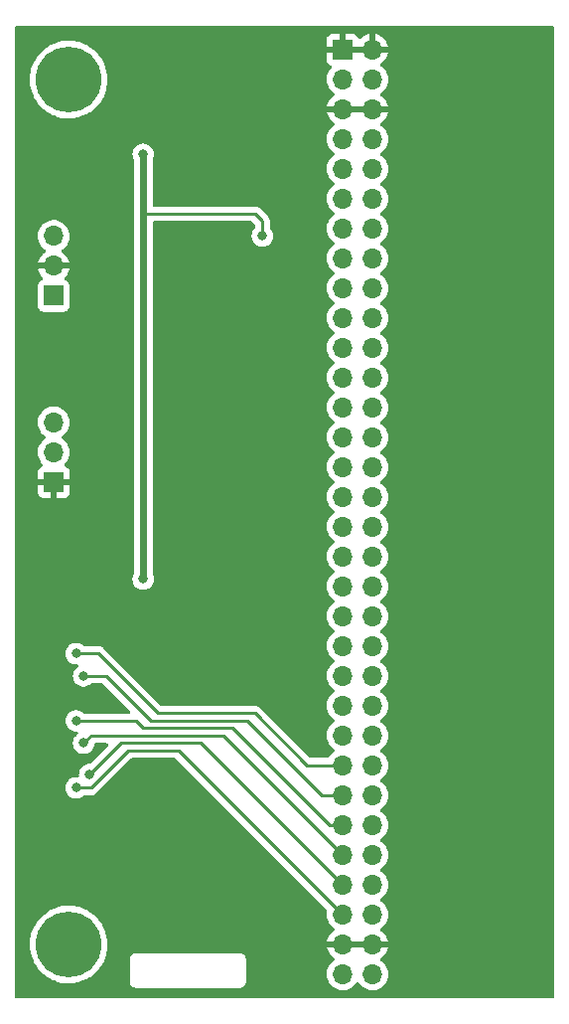
<source format=gbr>
%TF.GenerationSoftware,KiCad,Pcbnew,6.0.4-6f826c9f35~116~ubuntu21.10.1*%
%TF.CreationDate,2022-04-23T21:14:11+02:00*%
%TF.ProjectId,qm k7 aux brd,716d206b-3720-4617-9578-206272642e6b,rev?*%
%TF.SameCoordinates,Original*%
%TF.FileFunction,Copper,L2,Bot*%
%TF.FilePolarity,Positive*%
%FSLAX46Y46*%
G04 Gerber Fmt 4.6, Leading zero omitted, Abs format (unit mm)*
G04 Created by KiCad (PCBNEW 6.0.4-6f826c9f35~116~ubuntu21.10.1) date 2022-04-23 21:14:11*
%MOMM*%
%LPD*%
G01*
G04 APERTURE LIST*
%TA.AperFunction,ComponentPad*%
%ADD10R,1.700000X1.700000*%
%TD*%
%TA.AperFunction,ComponentPad*%
%ADD11O,1.700000X1.700000*%
%TD*%
%TA.AperFunction,ComponentPad*%
%ADD12C,5.600000*%
%TD*%
%TA.AperFunction,ViaPad*%
%ADD13C,0.800000*%
%TD*%
%TA.AperFunction,Conductor*%
%ADD14C,0.250000*%
%TD*%
%TA.AperFunction,Conductor*%
%ADD15C,0.600000*%
%TD*%
G04 APERTURE END LIST*
D10*
%TO.P,J3,1,Pin_1*%
%TO.N,GND*%
X106680000Y-99060000D03*
D11*
%TO.P,J3,2,Pin_2*%
%TO.N,RX*%
X106680000Y-96520000D03*
%TO.P,J3,3,Pin_3*%
%TO.N,TX*%
X106680000Y-93980000D03*
%TD*%
D12*
%TO.P,H1,1*%
%TO.N,N/C*%
X107950000Y-64770000D03*
%TD*%
D10*
%TO.P,J4,1,Pin_1*%
%TO.N,Net-(C5-Pad2)*%
X106680000Y-83185000D03*
D11*
%TO.P,J4,2,Pin_2*%
%TO.N,GND*%
X106680000Y-80645000D03*
%TO.P,J4,3,Pin_3*%
%TO.N,Net-(C6-Pad2)*%
X106680000Y-78105000D03*
%TD*%
D12*
%TO.P,H2,1*%
%TO.N,N/C*%
X107950000Y-138430000D03*
%TD*%
D10*
%TO.P,J1,1,Pin_1*%
%TO.N,GND*%
X131298000Y-62225000D03*
D11*
%TO.P,J1,2,Pin_2*%
X133838000Y-62225000D03*
%TO.P,J1,3,Pin_3*%
%TO.N,3v3*%
X131298000Y-64765000D03*
%TO.P,J1,4,Pin_4*%
X133838000Y-64765000D03*
%TO.P,J1,5,Pin_5*%
%TO.N,GND*%
X131298000Y-67305000D03*
%TO.P,J1,6,Pin_6*%
X133838000Y-67305000D03*
%TO.P,J1,7,Pin_7*%
%TO.N,unconnected-(J1-Pad7)*%
X131298000Y-69845000D03*
%TO.P,J1,8,Pin_8*%
%TO.N,unconnected-(J1-Pad8)*%
X133838000Y-69845000D03*
%TO.P,J1,9,Pin_9*%
%TO.N,unconnected-(J1-Pad9)*%
X131298000Y-72385000D03*
%TO.P,J1,10,Pin_10*%
%TO.N,unconnected-(J1-Pad10)*%
X133838000Y-72385000D03*
%TO.P,J1,11,Pin_11*%
%TO.N,unconnected-(J1-Pad11)*%
X131298000Y-74925000D03*
%TO.P,J1,12,Pin_12*%
%TO.N,unconnected-(J1-Pad12)*%
X133838000Y-74925000D03*
%TO.P,J1,13,Pin_13*%
%TO.N,unconnected-(J1-Pad13)*%
X131298000Y-77465000D03*
%TO.P,J1,14,Pin_14*%
%TO.N,unconnected-(J1-Pad14)*%
X133838000Y-77465000D03*
%TO.P,J1,15,Pin_15*%
%TO.N,unconnected-(J1-Pad15)*%
X131298000Y-80005000D03*
%TO.P,J1,16,Pin_16*%
%TO.N,unconnected-(J1-Pad16)*%
X133838000Y-80005000D03*
%TO.P,J1,17,Pin_17*%
%TO.N,unconnected-(J1-Pad17)*%
X131298000Y-82545000D03*
%TO.P,J1,18,Pin_18*%
%TO.N,unconnected-(J1-Pad18)*%
X133838000Y-82545000D03*
%TO.P,J1,19,Pin_19*%
%TO.N,unconnected-(J1-Pad19)*%
X131298000Y-85085000D03*
%TO.P,J1,20,Pin_20*%
%TO.N,unconnected-(J1-Pad20)*%
X133838000Y-85085000D03*
%TO.P,J1,21,Pin_21*%
%TO.N,unconnected-(J1-Pad21)*%
X131298000Y-87625000D03*
%TO.P,J1,22,Pin_22*%
%TO.N,unconnected-(J1-Pad22)*%
X133838000Y-87625000D03*
%TO.P,J1,23,Pin_23*%
%TO.N,unconnected-(J1-Pad23)*%
X131298000Y-90165000D03*
%TO.P,J1,24,Pin_24*%
%TO.N,unconnected-(J1-Pad24)*%
X133838000Y-90165000D03*
%TO.P,J1,25,Pin_25*%
%TO.N,unconnected-(J1-Pad25)*%
X131298000Y-92705000D03*
%TO.P,J1,26,Pin_26*%
%TO.N,unconnected-(J1-Pad26)*%
X133838000Y-92705000D03*
%TO.P,J1,27,Pin_27*%
%TO.N,unconnected-(J1-Pad27)*%
X131298000Y-95245000D03*
%TO.P,J1,28,Pin_28*%
%TO.N,unconnected-(J1-Pad28)*%
X133838000Y-95245000D03*
%TO.P,J1,29,Pin_29*%
%TO.N,unconnected-(J1-Pad29)*%
X131298000Y-97785000D03*
%TO.P,J1,30,Pin_30*%
%TO.N,unconnected-(J1-Pad30)*%
X133838000Y-97785000D03*
%TO.P,J1,31,Pin_31*%
%TO.N,unconnected-(J1-Pad31)*%
X131298000Y-100325000D03*
%TO.P,J1,32,Pin_32*%
%TO.N,unconnected-(J1-Pad32)*%
X133838000Y-100325000D03*
%TO.P,J1,33,Pin_33*%
%TO.N,unconnected-(J1-Pad33)*%
X131298000Y-102865000D03*
%TO.P,J1,34,Pin_34*%
%TO.N,unconnected-(J1-Pad34)*%
X133838000Y-102865000D03*
%TO.P,J1,35,Pin_35*%
%TO.N,unconnected-(J1-Pad35)*%
X131298000Y-105405000D03*
%TO.P,J1,36,Pin_36*%
%TO.N,unconnected-(J1-Pad36)*%
X133838000Y-105405000D03*
%TO.P,J1,37,Pin_37*%
%TO.N,unconnected-(J1-Pad37)*%
X131298000Y-107945000D03*
%TO.P,J1,38,Pin_38*%
%TO.N,unconnected-(J1-Pad38)*%
X133838000Y-107945000D03*
%TO.P,J1,39,Pin_39*%
%TO.N,unconnected-(J1-Pad39)*%
X131298000Y-110485000D03*
%TO.P,J1,40,Pin_40*%
%TO.N,unconnected-(J1-Pad40)*%
X133838000Y-110485000D03*
%TO.P,J1,41,Pin_41*%
%TO.N,unconnected-(J1-Pad41)*%
X131298000Y-113025000D03*
%TO.P,J1,42,Pin_42*%
%TO.N,unconnected-(J1-Pad42)*%
X133838000Y-113025000D03*
%TO.P,J1,43,Pin_43*%
%TO.N,unconnected-(J1-Pad43)*%
X131298000Y-115565000D03*
%TO.P,J1,44,Pin_44*%
%TO.N,unconnected-(J1-Pad44)*%
X133838000Y-115565000D03*
%TO.P,J1,45,Pin_45*%
%TO.N,TX*%
X131298000Y-118105000D03*
%TO.P,J1,46,Pin_46*%
%TO.N,I2S_SDIN*%
X133838000Y-118105000D03*
%TO.P,J1,47,Pin_47*%
%TO.N,RX*%
X131298000Y-120645000D03*
%TO.P,J1,48,Pin_48*%
%TO.N,I2S_SCLK*%
X133838000Y-120645000D03*
%TO.P,J1,49,Pin_49*%
%TO.N,SD_DAT1*%
X131298000Y-123185000D03*
%TO.P,J1,50,Pin_50*%
%TO.N,I2S_LRCK*%
X133838000Y-123185000D03*
%TO.P,J1,51,Pin_51*%
%TO.N,SD_DAT0*%
X131298000Y-125725000D03*
%TO.P,J1,52,Pin_52*%
%TO.N,I2S_MCLK*%
X133838000Y-125725000D03*
%TO.P,J1,53,Pin_53*%
%TO.N,SD_CLK*%
X131298000Y-128265000D03*
%TO.P,J1,54,Pin_54*%
%TO.N,unconnected-(J1-Pad54)*%
X133838000Y-128265000D03*
%TO.P,J1,55,Pin_55*%
%TO.N,SD_CMD*%
X131298000Y-130805000D03*
%TO.P,J1,56,Pin_56*%
%TO.N,unconnected-(J1-Pad56)*%
X133838000Y-130805000D03*
%TO.P,J1,57,Pin_57*%
%TO.N,SD_DAT3*%
X131298000Y-133345000D03*
%TO.P,J1,58,Pin_58*%
%TO.N,unconnected-(J1-Pad58)*%
X133838000Y-133345000D03*
%TO.P,J1,59,Pin_59*%
%TO.N,SD_DAT2*%
X131298000Y-135885000D03*
%TO.P,J1,60,Pin_60*%
%TO.N,unconnected-(J1-Pad60)*%
X133838000Y-135885000D03*
%TO.P,J1,61,Pin_61*%
%TO.N,GND*%
X131298000Y-138425000D03*
%TO.P,J1,62,Pin_62*%
X133838000Y-138425000D03*
%TO.P,J1,63,Pin_63*%
%TO.N,unconnected-(J1-Pad63)*%
X131298000Y-140965000D03*
%TO.P,J1,64,Pin_64*%
%TO.N,VIN*%
X133838000Y-140965000D03*
%TD*%
D13*
%TO.N,GND*%
X145415000Y-121285000D03*
X145415000Y-124460000D03*
X145415000Y-127635000D03*
X122555000Y-89535000D03*
X118110000Y-101600000D03*
X109220000Y-117475000D03*
%TO.N,SD_DAT2*%
X108585000Y-125095000D03*
%TO.N,SD_DAT3*%
X109732500Y-123947500D03*
%TO.N,3v3*%
X124460000Y-78105000D03*
X114300000Y-107315000D03*
X114300000Y-71120000D03*
%TO.N,SD_CMD*%
X109220000Y-121285000D03*
%TO.N,SD_CLK*%
X108585000Y-119380000D03*
%TO.N,SD_DAT0*%
X109220000Y-115570000D03*
%TO.N,SD_DAT1*%
X108585000Y-113665000D03*
%TD*%
D14*
%TO.N,3v3*%
X124460000Y-78105000D02*
X124460000Y-76835000D01*
X124460000Y-76835000D02*
X123825000Y-76200000D01*
X123825000Y-76200000D02*
X114300000Y-76200000D01*
D15*
X114300000Y-71120000D02*
X114300000Y-107315000D01*
D14*
%TO.N,SD_CLK*%
X108585000Y-119380000D02*
X113665000Y-119380000D01*
X113665000Y-119380000D02*
X114300000Y-120015000D01*
X114300000Y-120015000D02*
X121920000Y-120015000D01*
X121920000Y-120015000D02*
X130175000Y-128270000D01*
X130175000Y-128270000D02*
X130180000Y-128265000D01*
X130180000Y-128265000D02*
X131298000Y-128265000D01*
%TO.N,SD_CMD*%
X121143000Y-120650000D02*
X109855000Y-120650000D01*
X109855000Y-120650000D02*
X109220000Y-121285000D01*
%TO.N,SD_DAT0*%
X109220000Y-115570000D02*
X111125000Y-115570000D01*
X111125000Y-115570000D02*
X114935000Y-119380000D01*
X114935000Y-119380000D02*
X123190000Y-119380000D01*
X123190000Y-119380000D02*
X129535000Y-125725000D01*
X129535000Y-125725000D02*
X131298000Y-125725000D01*
%TO.N,SD_DAT1*%
X131298000Y-123185000D02*
X128265000Y-123185000D01*
X128265000Y-123185000D02*
X123825000Y-118745000D01*
X123825000Y-118745000D02*
X115570000Y-118745000D01*
X115570000Y-118745000D02*
X110490000Y-113665000D01*
X110490000Y-113665000D02*
X108585000Y-113665000D01*
%TO.N,SD_DAT3*%
X109732500Y-123947500D02*
X112395000Y-121285000D01*
X112395000Y-121285000D02*
X119238000Y-121285000D01*
X119238000Y-121285000D02*
X131298000Y-133345000D01*
%TO.N,SD_DAT2*%
X109855000Y-125095000D02*
X113030000Y-121920000D01*
X108585000Y-125095000D02*
X109855000Y-125095000D01*
X113030000Y-121920000D02*
X117333000Y-121920000D01*
X117333000Y-121920000D02*
X131298000Y-135885000D01*
%TO.N,SD_CMD*%
X131298000Y-130805000D02*
X121143000Y-120650000D01*
%TD*%
%TA.AperFunction,Conductor*%
%TO.N,GND*%
G36*
X149293621Y-60218502D02*
G01*
X149340114Y-60272158D01*
X149351500Y-60324500D01*
X149351500Y-142875500D01*
X149331498Y-142943621D01*
X149277842Y-142990114D01*
X149225500Y-143001500D01*
X103504500Y-143001500D01*
X103436379Y-142981498D01*
X103389886Y-142927842D01*
X103378500Y-142875500D01*
X103378500Y-138418434D01*
X104636661Y-138418434D01*
X104654792Y-138776340D01*
X104655329Y-138779695D01*
X104655330Y-138779701D01*
X104710929Y-139126819D01*
X104711470Y-139130195D01*
X104806033Y-139475859D01*
X104937374Y-139809288D01*
X104968151Y-139867909D01*
X105095988Y-140111403D01*
X105103957Y-140126582D01*
X105105858Y-140129411D01*
X105105864Y-140129421D01*
X105237685Y-140325590D01*
X105303834Y-140424029D01*
X105534665Y-140698150D01*
X105793751Y-140945738D01*
X106078061Y-141163897D01*
X106110056Y-141183350D01*
X106381355Y-141348303D01*
X106381360Y-141348306D01*
X106384270Y-141350075D01*
X106387358Y-141351521D01*
X106387357Y-141351521D01*
X106705710Y-141500649D01*
X106705720Y-141500653D01*
X106708794Y-141502093D01*
X106712012Y-141503195D01*
X106712015Y-141503196D01*
X107044615Y-141617071D01*
X107044623Y-141617073D01*
X107047838Y-141618174D01*
X107397435Y-141696959D01*
X107478404Y-141706184D01*
X107750114Y-141737142D01*
X107750122Y-141737142D01*
X107753497Y-141737527D01*
X107756901Y-141737545D01*
X107756904Y-141737545D01*
X107951227Y-141738562D01*
X108111857Y-141739403D01*
X108115243Y-141739053D01*
X108115245Y-141739053D01*
X108464932Y-141702917D01*
X108464941Y-141702916D01*
X108468324Y-141702566D01*
X108471657Y-141701852D01*
X108471660Y-141701851D01*
X108598209Y-141674721D01*
X113156024Y-141674721D01*
X113158491Y-141683352D01*
X113164150Y-141703153D01*
X113167728Y-141719915D01*
X113171920Y-141749187D01*
X113175634Y-141757355D01*
X113175634Y-141757356D01*
X113182548Y-141772562D01*
X113188996Y-141790086D01*
X113196051Y-141814771D01*
X113200843Y-141822365D01*
X113200844Y-141822368D01*
X113211830Y-141839780D01*
X113219969Y-141854863D01*
X113232208Y-141881782D01*
X113238069Y-141888584D01*
X113248970Y-141901235D01*
X113260073Y-141916239D01*
X113273776Y-141937958D01*
X113280501Y-141943897D01*
X113280504Y-141943901D01*
X113295938Y-141957532D01*
X113307982Y-141969724D01*
X113321427Y-141985327D01*
X113321430Y-141985329D01*
X113327287Y-141992127D01*
X113334816Y-141997007D01*
X113334817Y-141997008D01*
X113348835Y-142006094D01*
X113363709Y-142017385D01*
X113376217Y-142028431D01*
X113382951Y-142034378D01*
X113409711Y-142046942D01*
X113424691Y-142055263D01*
X113441983Y-142066471D01*
X113441988Y-142066473D01*
X113449515Y-142071352D01*
X113458108Y-142073922D01*
X113458113Y-142073924D01*
X113474120Y-142078711D01*
X113491564Y-142085372D01*
X113506676Y-142092467D01*
X113506678Y-142092468D01*
X113514800Y-142096281D01*
X113523667Y-142097662D01*
X113523668Y-142097662D01*
X113526353Y-142098080D01*
X113544017Y-142100830D01*
X113560732Y-142104613D01*
X113580466Y-142110515D01*
X113580472Y-142110516D01*
X113589066Y-142113086D01*
X113598037Y-142113141D01*
X113598038Y-142113141D01*
X113608097Y-142113202D01*
X113623506Y-142113296D01*
X113624289Y-142113329D01*
X113625386Y-142113500D01*
X113656377Y-142113500D01*
X113657147Y-142113502D01*
X113730785Y-142113952D01*
X113730786Y-142113952D01*
X113734721Y-142113976D01*
X113736065Y-142113592D01*
X113737410Y-142113500D01*
X122546377Y-142113500D01*
X122547148Y-142113502D01*
X122624721Y-142113976D01*
X122653152Y-142105850D01*
X122669915Y-142102272D01*
X122670753Y-142102152D01*
X122699187Y-142098080D01*
X122722564Y-142087451D01*
X122740087Y-142081004D01*
X122764771Y-142073949D01*
X122772365Y-142069157D01*
X122772368Y-142069156D01*
X122789780Y-142058170D01*
X122804865Y-142050030D01*
X122831782Y-142037792D01*
X122851235Y-142021030D01*
X122866239Y-142009927D01*
X122887958Y-141996224D01*
X122893897Y-141989499D01*
X122893901Y-141989496D01*
X122907532Y-141974062D01*
X122919724Y-141962018D01*
X122935327Y-141948573D01*
X122935329Y-141948570D01*
X122942127Y-141942713D01*
X122947107Y-141935031D01*
X122956094Y-141921165D01*
X122967385Y-141906291D01*
X122978431Y-141893783D01*
X122978432Y-141893782D01*
X122984378Y-141887049D01*
X122996943Y-141860287D01*
X123005263Y-141845309D01*
X123016471Y-141828017D01*
X123016473Y-141828012D01*
X123021352Y-141820485D01*
X123023922Y-141811892D01*
X123023924Y-141811887D01*
X123028711Y-141795880D01*
X123035372Y-141778436D01*
X123042467Y-141763324D01*
X123042468Y-141763322D01*
X123046281Y-141755200D01*
X123050830Y-141725983D01*
X123054613Y-141709268D01*
X123060515Y-141689534D01*
X123060516Y-141689528D01*
X123063086Y-141680934D01*
X123063296Y-141646494D01*
X123063329Y-141645711D01*
X123063500Y-141644614D01*
X123063500Y-141613623D01*
X123063502Y-141612853D01*
X123063952Y-141539215D01*
X123063952Y-141539214D01*
X123063976Y-141535279D01*
X123063592Y-141533935D01*
X123063500Y-141532590D01*
X123063500Y-140931695D01*
X129935251Y-140931695D01*
X129935548Y-140936848D01*
X129935548Y-140936851D01*
X129941011Y-141031590D01*
X129948110Y-141154715D01*
X129949247Y-141159761D01*
X129949248Y-141159767D01*
X129949710Y-141161816D01*
X129997222Y-141372639D01*
X130081266Y-141579616D01*
X130119263Y-141641622D01*
X130195291Y-141765688D01*
X130197987Y-141770088D01*
X130344250Y-141938938D01*
X130516126Y-142081632D01*
X130709000Y-142194338D01*
X130917692Y-142274030D01*
X130922760Y-142275061D01*
X130922763Y-142275062D01*
X131030017Y-142296883D01*
X131136597Y-142318567D01*
X131141772Y-142318757D01*
X131141774Y-142318757D01*
X131354673Y-142326564D01*
X131354677Y-142326564D01*
X131359837Y-142326753D01*
X131364957Y-142326097D01*
X131364959Y-142326097D01*
X131576288Y-142299025D01*
X131576289Y-142299025D01*
X131581416Y-142298368D01*
X131586366Y-142296883D01*
X131790429Y-142235661D01*
X131790434Y-142235659D01*
X131795384Y-142234174D01*
X131995994Y-142135896D01*
X132177860Y-142006173D01*
X132194596Y-141989496D01*
X132271049Y-141913309D01*
X132336096Y-141848489D01*
X132384531Y-141781085D01*
X132466453Y-141667077D01*
X132467776Y-141668028D01*
X132514645Y-141624857D01*
X132584580Y-141612625D01*
X132650026Y-141640144D01*
X132677875Y-141671994D01*
X132684835Y-141683352D01*
X132737987Y-141770088D01*
X132884250Y-141938938D01*
X133056126Y-142081632D01*
X133249000Y-142194338D01*
X133457692Y-142274030D01*
X133462760Y-142275061D01*
X133462763Y-142275062D01*
X133570017Y-142296883D01*
X133676597Y-142318567D01*
X133681772Y-142318757D01*
X133681774Y-142318757D01*
X133894673Y-142326564D01*
X133894677Y-142326564D01*
X133899837Y-142326753D01*
X133904957Y-142326097D01*
X133904959Y-142326097D01*
X134116288Y-142299025D01*
X134116289Y-142299025D01*
X134121416Y-142298368D01*
X134126366Y-142296883D01*
X134330429Y-142235661D01*
X134330434Y-142235659D01*
X134335384Y-142234174D01*
X134535994Y-142135896D01*
X134717860Y-142006173D01*
X134734596Y-141989496D01*
X134811049Y-141913309D01*
X134876096Y-141848489D01*
X134924531Y-141781085D01*
X135003435Y-141671277D01*
X135006453Y-141667077D01*
X135016622Y-141646503D01*
X135103136Y-141471453D01*
X135103137Y-141471451D01*
X135105430Y-141466811D01*
X135170370Y-141253069D01*
X135199529Y-141031590D01*
X135199611Y-141028240D01*
X135201074Y-140968365D01*
X135201074Y-140968361D01*
X135201156Y-140965000D01*
X135182852Y-140742361D01*
X135128431Y-140525702D01*
X135039354Y-140320840D01*
X134966678Y-140208500D01*
X134920822Y-140137617D01*
X134920820Y-140137614D01*
X134918014Y-140133277D01*
X134767670Y-139968051D01*
X134763619Y-139964852D01*
X134763615Y-139964848D01*
X134596414Y-139832800D01*
X134596410Y-139832798D01*
X134592359Y-139829598D01*
X134550569Y-139806529D01*
X134500598Y-139756097D01*
X134485826Y-139686654D01*
X134510942Y-139620248D01*
X134538294Y-139593641D01*
X134713328Y-139468792D01*
X134721200Y-139462139D01*
X134872052Y-139311812D01*
X134878730Y-139303965D01*
X135003003Y-139131020D01*
X135008313Y-139122183D01*
X135102670Y-138931267D01*
X135106469Y-138921672D01*
X135168377Y-138717910D01*
X135170555Y-138707837D01*
X135171986Y-138696962D01*
X135169775Y-138682778D01*
X135156617Y-138679000D01*
X129981225Y-138679000D01*
X129967694Y-138682973D01*
X129966257Y-138692966D01*
X129996565Y-138827446D01*
X129999645Y-138837275D01*
X130079770Y-139034603D01*
X130084413Y-139043794D01*
X130195694Y-139225388D01*
X130201777Y-139233699D01*
X130341213Y-139394667D01*
X130348580Y-139401883D01*
X130512434Y-139537916D01*
X130520881Y-139543831D01*
X130589969Y-139584203D01*
X130638693Y-139635842D01*
X130651764Y-139705625D01*
X130625033Y-139771396D01*
X130584584Y-139804752D01*
X130571607Y-139811507D01*
X130567474Y-139814610D01*
X130567471Y-139814612D01*
X130397100Y-139942530D01*
X130392965Y-139945635D01*
X130238629Y-140107138D01*
X130235720Y-140111403D01*
X130235714Y-140111411D01*
X130223404Y-140129457D01*
X130112743Y-140291680D01*
X130097003Y-140325590D01*
X130037296Y-140454218D01*
X130018688Y-140494305D01*
X129958989Y-140709570D01*
X129935251Y-140931695D01*
X123063500Y-140931695D01*
X123063500Y-139708616D01*
X123063502Y-139707846D01*
X123063603Y-139691377D01*
X123063976Y-139630279D01*
X123055850Y-139601847D01*
X123052272Y-139585085D01*
X123049352Y-139564698D01*
X123048080Y-139555813D01*
X123037451Y-139532436D01*
X123031004Y-139514913D01*
X123026416Y-139498862D01*
X123023949Y-139490229D01*
X123019156Y-139482632D01*
X123008170Y-139465220D01*
X123000030Y-139450135D01*
X122997564Y-139444711D01*
X122987792Y-139423218D01*
X122971030Y-139403765D01*
X122959927Y-139388761D01*
X122946224Y-139367042D01*
X122939499Y-139361103D01*
X122939496Y-139361099D01*
X122924062Y-139347468D01*
X122912018Y-139335276D01*
X122898573Y-139319673D01*
X122898570Y-139319671D01*
X122892713Y-139312873D01*
X122879009Y-139303990D01*
X122871165Y-139298906D01*
X122856291Y-139287615D01*
X122843783Y-139276569D01*
X122843782Y-139276568D01*
X122837049Y-139270622D01*
X122810287Y-139258057D01*
X122795309Y-139249737D01*
X122778017Y-139238529D01*
X122778012Y-139238527D01*
X122770485Y-139233648D01*
X122761892Y-139231078D01*
X122761887Y-139231076D01*
X122745880Y-139226289D01*
X122728436Y-139219628D01*
X122713324Y-139212533D01*
X122713322Y-139212532D01*
X122705200Y-139208719D01*
X122696333Y-139207338D01*
X122696332Y-139207338D01*
X122685478Y-139205648D01*
X122675983Y-139204170D01*
X122659268Y-139200387D01*
X122639534Y-139194485D01*
X122639528Y-139194484D01*
X122630934Y-139191914D01*
X122621963Y-139191859D01*
X122621962Y-139191859D01*
X122611903Y-139191798D01*
X122596494Y-139191704D01*
X122595711Y-139191671D01*
X122594614Y-139191500D01*
X122563623Y-139191500D01*
X122562853Y-139191498D01*
X122489215Y-139191048D01*
X122489214Y-139191048D01*
X122485279Y-139191024D01*
X122483935Y-139191408D01*
X122482590Y-139191500D01*
X113673623Y-139191500D01*
X113672853Y-139191498D01*
X113672037Y-139191493D01*
X113595279Y-139191024D01*
X113572918Y-139197415D01*
X113566847Y-139199150D01*
X113550085Y-139202728D01*
X113520813Y-139206920D01*
X113512645Y-139210634D01*
X113512644Y-139210634D01*
X113497438Y-139217548D01*
X113479914Y-139223996D01*
X113455229Y-139231051D01*
X113447635Y-139235843D01*
X113447632Y-139235844D01*
X113430220Y-139246830D01*
X113415137Y-139254969D01*
X113388218Y-139267208D01*
X113381416Y-139273069D01*
X113368765Y-139283970D01*
X113353761Y-139295073D01*
X113332042Y-139308776D01*
X113326103Y-139315501D01*
X113326099Y-139315504D01*
X113312468Y-139330938D01*
X113300276Y-139342982D01*
X113284673Y-139356427D01*
X113284671Y-139356430D01*
X113277873Y-139362287D01*
X113272993Y-139369816D01*
X113272992Y-139369817D01*
X113263906Y-139383835D01*
X113252615Y-139398709D01*
X113241569Y-139411217D01*
X113235622Y-139417951D01*
X113229312Y-139431391D01*
X113223058Y-139444711D01*
X113214737Y-139459691D01*
X113203529Y-139476983D01*
X113203527Y-139476988D01*
X113198648Y-139484515D01*
X113196078Y-139493108D01*
X113196076Y-139493113D01*
X113191289Y-139509120D01*
X113184628Y-139526564D01*
X113177533Y-139541676D01*
X113173719Y-139549800D01*
X113172338Y-139558667D01*
X113172338Y-139558668D01*
X113169170Y-139579015D01*
X113165387Y-139595732D01*
X113159485Y-139615466D01*
X113159484Y-139615472D01*
X113156914Y-139624066D01*
X113156774Y-139647069D01*
X113156704Y-139658497D01*
X113156671Y-139659289D01*
X113156500Y-139660386D01*
X113156500Y-139691377D01*
X113156498Y-139692147D01*
X113156024Y-139769721D01*
X113156408Y-139771065D01*
X113156500Y-139772410D01*
X113156500Y-141596377D01*
X113156498Y-141597147D01*
X113156024Y-141674721D01*
X108598209Y-141674721D01*
X108732656Y-141645898D01*
X108818727Y-141627446D01*
X109158968Y-141514922D01*
X109485066Y-141366311D01*
X109684427Y-141247939D01*
X109790262Y-141185099D01*
X109790267Y-141185096D01*
X109793207Y-141183350D01*
X110079786Y-140968180D01*
X110341451Y-140723319D01*
X110575140Y-140451630D01*
X110681844Y-140296375D01*
X110776190Y-140159101D01*
X110776195Y-140159094D01*
X110778120Y-140156292D01*
X110779732Y-140153298D01*
X110779737Y-140153290D01*
X110946395Y-139843772D01*
X110948017Y-139840760D01*
X111039499Y-139615466D01*
X111081562Y-139511877D01*
X111081564Y-139511872D01*
X111082842Y-139508724D01*
X111085652Y-139498862D01*
X111136695Y-139319673D01*
X111181020Y-139164070D01*
X111236880Y-138837275D01*
X111240829Y-138814175D01*
X111240829Y-138814173D01*
X111241401Y-138810828D01*
X111243511Y-138776340D01*
X111263168Y-138454928D01*
X111263278Y-138453131D01*
X111263359Y-138430000D01*
X111243979Y-138072159D01*
X111186066Y-137718505D01*
X111090297Y-137373173D01*
X111087243Y-137365497D01*
X110959052Y-137043369D01*
X110957793Y-137040205D01*
X110927768Y-136983498D01*
X110791702Y-136726513D01*
X110791698Y-136726506D01*
X110790103Y-136723494D01*
X110589190Y-136426746D01*
X110559260Y-136391453D01*
X110471182Y-136287596D01*
X110357403Y-136153432D01*
X110097454Y-135906750D01*
X109812384Y-135689585D01*
X109809472Y-135687828D01*
X109809467Y-135687825D01*
X109508443Y-135506236D01*
X109508437Y-135506233D01*
X109505528Y-135504478D01*
X109180475Y-135353593D01*
X108861393Y-135245590D01*
X108844255Y-135239789D01*
X108844250Y-135239788D01*
X108841028Y-135238697D01*
X108597096Y-135184618D01*
X108494493Y-135161871D01*
X108494487Y-135161870D01*
X108491158Y-135161132D01*
X108487769Y-135160758D01*
X108487764Y-135160757D01*
X108138338Y-135122180D01*
X108138333Y-135122180D01*
X108134957Y-135121807D01*
X108131558Y-135121801D01*
X108131557Y-135121801D01*
X107962080Y-135121505D01*
X107776592Y-135121182D01*
X107663413Y-135133277D01*
X107423639Y-135158901D01*
X107423631Y-135158902D01*
X107420256Y-135159263D01*
X107070117Y-135235606D01*
X106730271Y-135349317D01*
X106727178Y-135350739D01*
X106727177Y-135350740D01*
X106720974Y-135353593D01*
X106404694Y-135499066D01*
X106401760Y-135500822D01*
X106401758Y-135500823D01*
X106123224Y-135667522D01*
X106097193Y-135683101D01*
X106094467Y-135685163D01*
X106094465Y-135685164D01*
X105867455Y-135856851D01*
X105811367Y-135899270D01*
X105550559Y-136145043D01*
X105317819Y-136417546D01*
X105315900Y-136420358D01*
X105315897Y-136420363D01*
X105230973Y-136544857D01*
X105115871Y-136713591D01*
X104947077Y-137029714D01*
X104813411Y-137362218D01*
X104812491Y-137365492D01*
X104812489Y-137365497D01*
X104754521Y-137571727D01*
X104716437Y-137707213D01*
X104657290Y-138060663D01*
X104636661Y-138418434D01*
X103378500Y-138418434D01*
X103378500Y-125095000D01*
X107671496Y-125095000D01*
X107691458Y-125284928D01*
X107750473Y-125466556D01*
X107845960Y-125631944D01*
X107850378Y-125636851D01*
X107850379Y-125636852D01*
X107932452Y-125728003D01*
X107973747Y-125773866D01*
X108128248Y-125886118D01*
X108134276Y-125888802D01*
X108134278Y-125888803D01*
X108296681Y-125961109D01*
X108302712Y-125963794D01*
X108396112Y-125983647D01*
X108483056Y-126002128D01*
X108483061Y-126002128D01*
X108489513Y-126003500D01*
X108680487Y-126003500D01*
X108686939Y-126002128D01*
X108686944Y-126002128D01*
X108773888Y-125983647D01*
X108867288Y-125963794D01*
X108873319Y-125961109D01*
X109035722Y-125888803D01*
X109035724Y-125888802D01*
X109041752Y-125886118D01*
X109196253Y-125773866D01*
X109200668Y-125768963D01*
X109205580Y-125764540D01*
X109206705Y-125765789D01*
X109260014Y-125732949D01*
X109293200Y-125728500D01*
X109776233Y-125728500D01*
X109787416Y-125729027D01*
X109794909Y-125730702D01*
X109802835Y-125730453D01*
X109802836Y-125730453D01*
X109862986Y-125728562D01*
X109866945Y-125728500D01*
X109894856Y-125728500D01*
X109898791Y-125728003D01*
X109898856Y-125727995D01*
X109910693Y-125727062D01*
X109942951Y-125726048D01*
X109946970Y-125725922D01*
X109954889Y-125725673D01*
X109974343Y-125720021D01*
X109993700Y-125716013D01*
X110005930Y-125714468D01*
X110005931Y-125714468D01*
X110013797Y-125713474D01*
X110021168Y-125710555D01*
X110021170Y-125710555D01*
X110054912Y-125697196D01*
X110066142Y-125693351D01*
X110100983Y-125683229D01*
X110100984Y-125683229D01*
X110108593Y-125681018D01*
X110115412Y-125676985D01*
X110115417Y-125676983D01*
X110126028Y-125670707D01*
X110143776Y-125662012D01*
X110162617Y-125654552D01*
X110198387Y-125628564D01*
X110208307Y-125622048D01*
X110239535Y-125603580D01*
X110239538Y-125603578D01*
X110246362Y-125599542D01*
X110260683Y-125585221D01*
X110275717Y-125572380D01*
X110285694Y-125565131D01*
X110292107Y-125560472D01*
X110320298Y-125526395D01*
X110328288Y-125517616D01*
X113255500Y-122590405D01*
X113317812Y-122556379D01*
X113344595Y-122553500D01*
X117018406Y-122553500D01*
X117086527Y-122573502D01*
X117107501Y-122590405D01*
X129947778Y-135430682D01*
X129981804Y-135492994D01*
X129980100Y-135553448D01*
X129958989Y-135629570D01*
X129958441Y-135634700D01*
X129958440Y-135634704D01*
X129954933Y-135667522D01*
X129935251Y-135851695D01*
X129935548Y-135856848D01*
X129935548Y-135856851D01*
X129941011Y-135951590D01*
X129948110Y-136074715D01*
X129949247Y-136079761D01*
X129949248Y-136079767D01*
X129969119Y-136167939D01*
X129997222Y-136292639D01*
X130081266Y-136499616D01*
X130132019Y-136582438D01*
X130195291Y-136685688D01*
X130197987Y-136690088D01*
X130344250Y-136858938D01*
X130516126Y-137001632D01*
X130559044Y-137026711D01*
X130589955Y-137044774D01*
X130638679Y-137096412D01*
X130651750Y-137166195D01*
X130625019Y-137231967D01*
X130584562Y-137265327D01*
X130576457Y-137269546D01*
X130567738Y-137275036D01*
X130397433Y-137402905D01*
X130389726Y-137409748D01*
X130242590Y-137563717D01*
X130236104Y-137571727D01*
X130116098Y-137747649D01*
X130111000Y-137756623D01*
X130021338Y-137949783D01*
X130017775Y-137959470D01*
X129962389Y-138159183D01*
X129963912Y-138167607D01*
X129976292Y-138171000D01*
X135156344Y-138171000D01*
X135169875Y-138167027D01*
X135171180Y-138157947D01*
X135129214Y-137990875D01*
X135125894Y-137981124D01*
X135040972Y-137785814D01*
X135036105Y-137776739D01*
X134920426Y-137597926D01*
X134914136Y-137589757D01*
X134770806Y-137432240D01*
X134763273Y-137425215D01*
X134596139Y-137293222D01*
X134587556Y-137287520D01*
X134550602Y-137267120D01*
X134500631Y-137216687D01*
X134485859Y-137147245D01*
X134510975Y-137080839D01*
X134538327Y-137054232D01*
X134576910Y-137026711D01*
X134717860Y-136926173D01*
X134876096Y-136768489D01*
X134935594Y-136685689D01*
X135003435Y-136591277D01*
X135006453Y-136587077D01*
X135027320Y-136544857D01*
X135103136Y-136391453D01*
X135103137Y-136391451D01*
X135105430Y-136386811D01*
X135170370Y-136173069D01*
X135199529Y-135951590D01*
X135199611Y-135948240D01*
X135201074Y-135888365D01*
X135201074Y-135888361D01*
X135201156Y-135885000D01*
X135182852Y-135662361D01*
X135128431Y-135445702D01*
X135039354Y-135240840D01*
X134987546Y-135160757D01*
X134920822Y-135057617D01*
X134920820Y-135057614D01*
X134918014Y-135053277D01*
X134767670Y-134888051D01*
X134763619Y-134884852D01*
X134763615Y-134884848D01*
X134596414Y-134752800D01*
X134596410Y-134752798D01*
X134592359Y-134749598D01*
X134551053Y-134726796D01*
X134501084Y-134676364D01*
X134486312Y-134606921D01*
X134511428Y-134540516D01*
X134538780Y-134513909D01*
X134582603Y-134482650D01*
X134717860Y-134386173D01*
X134876096Y-134228489D01*
X135006453Y-134047077D01*
X135027320Y-134004857D01*
X135103136Y-133851453D01*
X135103137Y-133851451D01*
X135105430Y-133846811D01*
X135170370Y-133633069D01*
X135199529Y-133411590D01*
X135199611Y-133408240D01*
X135201074Y-133348365D01*
X135201074Y-133348361D01*
X135201156Y-133345000D01*
X135182852Y-133122361D01*
X135128431Y-132905702D01*
X135039354Y-132700840D01*
X134918014Y-132513277D01*
X134767670Y-132348051D01*
X134763619Y-132344852D01*
X134763615Y-132344848D01*
X134596414Y-132212800D01*
X134596410Y-132212798D01*
X134592359Y-132209598D01*
X134551053Y-132186796D01*
X134501084Y-132136364D01*
X134486312Y-132066921D01*
X134511428Y-132000516D01*
X134538780Y-131973909D01*
X134582603Y-131942650D01*
X134717860Y-131846173D01*
X134876096Y-131688489D01*
X135006453Y-131507077D01*
X135027320Y-131464857D01*
X135103136Y-131311453D01*
X135103137Y-131311451D01*
X135105430Y-131306811D01*
X135137900Y-131199940D01*
X135168865Y-131098023D01*
X135168865Y-131098021D01*
X135170370Y-131093069D01*
X135199529Y-130871590D01*
X135201156Y-130805000D01*
X135182852Y-130582361D01*
X135128431Y-130365702D01*
X135039354Y-130160840D01*
X134918014Y-129973277D01*
X134767670Y-129808051D01*
X134763619Y-129804852D01*
X134763615Y-129804848D01*
X134596414Y-129672800D01*
X134596410Y-129672798D01*
X134592359Y-129669598D01*
X134551053Y-129646796D01*
X134501084Y-129596364D01*
X134486312Y-129526921D01*
X134511428Y-129460516D01*
X134538780Y-129433909D01*
X134582603Y-129402650D01*
X134717860Y-129306173D01*
X134876096Y-129148489D01*
X135006453Y-128967077D01*
X135027320Y-128924857D01*
X135103136Y-128771453D01*
X135103137Y-128771451D01*
X135105430Y-128766811D01*
X135170370Y-128553069D01*
X135199529Y-128331590D01*
X135201156Y-128265000D01*
X135182852Y-128042361D01*
X135128431Y-127825702D01*
X135039354Y-127620840D01*
X134918014Y-127433277D01*
X134767670Y-127268051D01*
X134763619Y-127264852D01*
X134763615Y-127264848D01*
X134596414Y-127132800D01*
X134596410Y-127132798D01*
X134592359Y-127129598D01*
X134551053Y-127106796D01*
X134501084Y-127056364D01*
X134486312Y-126986921D01*
X134511428Y-126920516D01*
X134538780Y-126893909D01*
X134582603Y-126862650D01*
X134717860Y-126766173D01*
X134876096Y-126608489D01*
X135006453Y-126427077D01*
X135010611Y-126418665D01*
X135103136Y-126231453D01*
X135103137Y-126231451D01*
X135105430Y-126226811D01*
X135170370Y-126013069D01*
X135199529Y-125791590D01*
X135200082Y-125768955D01*
X135201074Y-125728365D01*
X135201074Y-125728361D01*
X135201156Y-125725000D01*
X135182852Y-125502361D01*
X135128431Y-125285702D01*
X135039354Y-125080840D01*
X134999906Y-125019862D01*
X134920822Y-124897617D01*
X134920820Y-124897614D01*
X134918014Y-124893277D01*
X134767670Y-124728051D01*
X134763619Y-124724852D01*
X134763615Y-124724848D01*
X134596414Y-124592800D01*
X134596410Y-124592798D01*
X134592359Y-124589598D01*
X134551053Y-124566796D01*
X134501084Y-124516364D01*
X134486312Y-124446921D01*
X134511428Y-124380516D01*
X134538780Y-124353909D01*
X134603474Y-124307763D01*
X134717860Y-124226173D01*
X134755238Y-124188926D01*
X134872435Y-124072137D01*
X134876096Y-124068489D01*
X135006453Y-123887077D01*
X135010611Y-123878665D01*
X135103136Y-123691453D01*
X135103137Y-123691451D01*
X135105430Y-123686811D01*
X135170370Y-123473069D01*
X135199529Y-123251590D01*
X135201156Y-123185000D01*
X135182852Y-122962361D01*
X135128431Y-122745702D01*
X135039354Y-122540840D01*
X134918014Y-122353277D01*
X134767670Y-122188051D01*
X134763619Y-122184852D01*
X134763615Y-122184848D01*
X134596414Y-122052800D01*
X134596410Y-122052798D01*
X134592359Y-122049598D01*
X134551053Y-122026796D01*
X134501084Y-121976364D01*
X134486312Y-121906921D01*
X134511428Y-121840516D01*
X134538780Y-121813909D01*
X134582603Y-121782650D01*
X134717860Y-121686173D01*
X134876096Y-121528489D01*
X134935594Y-121445689D01*
X135003435Y-121351277D01*
X135006453Y-121347077D01*
X135014561Y-121330673D01*
X135103136Y-121151453D01*
X135103137Y-121151451D01*
X135105430Y-121146811D01*
X135170370Y-120933069D01*
X135199529Y-120711590D01*
X135201156Y-120645000D01*
X135182852Y-120422361D01*
X135128431Y-120205702D01*
X135039354Y-120000840D01*
X134918014Y-119813277D01*
X134767670Y-119648051D01*
X134763619Y-119644852D01*
X134763615Y-119644848D01*
X134596414Y-119512800D01*
X134596410Y-119512798D01*
X134592359Y-119509598D01*
X134551053Y-119486796D01*
X134501084Y-119436364D01*
X134486312Y-119366921D01*
X134511428Y-119300516D01*
X134538780Y-119273909D01*
X134582603Y-119242650D01*
X134717860Y-119146173D01*
X134876096Y-118988489D01*
X134935594Y-118905689D01*
X135003435Y-118811277D01*
X135006453Y-118807077D01*
X135027320Y-118764857D01*
X135103136Y-118611453D01*
X135103137Y-118611451D01*
X135105430Y-118606811D01*
X135170370Y-118393069D01*
X135199529Y-118171590D01*
X135199611Y-118168240D01*
X135201074Y-118108365D01*
X135201074Y-118108361D01*
X135201156Y-118105000D01*
X135182852Y-117882361D01*
X135128431Y-117665702D01*
X135039354Y-117460840D01*
X134918014Y-117273277D01*
X134767670Y-117108051D01*
X134763619Y-117104852D01*
X134763615Y-117104848D01*
X134596414Y-116972800D01*
X134596410Y-116972798D01*
X134592359Y-116969598D01*
X134551053Y-116946796D01*
X134501084Y-116896364D01*
X134486312Y-116826921D01*
X134511428Y-116760516D01*
X134538780Y-116733909D01*
X134582603Y-116702650D01*
X134717860Y-116606173D01*
X134876096Y-116448489D01*
X134935594Y-116365689D01*
X135003435Y-116271277D01*
X135006453Y-116267077D01*
X135013535Y-116252749D01*
X135103136Y-116071453D01*
X135103137Y-116071451D01*
X135105430Y-116066811D01*
X135170370Y-115853069D01*
X135199529Y-115631590D01*
X135199611Y-115628240D01*
X135201074Y-115568365D01*
X135201074Y-115568361D01*
X135201156Y-115565000D01*
X135182852Y-115342361D01*
X135128431Y-115125702D01*
X135039354Y-114920840D01*
X134918014Y-114733277D01*
X134767670Y-114568051D01*
X134763619Y-114564852D01*
X134763615Y-114564848D01*
X134596414Y-114432800D01*
X134596410Y-114432798D01*
X134592359Y-114429598D01*
X134551053Y-114406796D01*
X134501084Y-114356364D01*
X134486312Y-114286921D01*
X134511428Y-114220516D01*
X134538780Y-114193909D01*
X134582603Y-114162650D01*
X134717860Y-114066173D01*
X134876096Y-113908489D01*
X134935594Y-113825689D01*
X135003435Y-113731277D01*
X135006453Y-113727077D01*
X135027320Y-113684857D01*
X135103136Y-113531453D01*
X135103137Y-113531451D01*
X135105430Y-113526811D01*
X135170370Y-113313069D01*
X135199529Y-113091590D01*
X135199611Y-113088240D01*
X135201074Y-113028365D01*
X135201074Y-113028361D01*
X135201156Y-113025000D01*
X135182852Y-112802361D01*
X135128431Y-112585702D01*
X135039354Y-112380840D01*
X134918014Y-112193277D01*
X134767670Y-112028051D01*
X134763619Y-112024852D01*
X134763615Y-112024848D01*
X134596414Y-111892800D01*
X134596410Y-111892798D01*
X134592359Y-111889598D01*
X134551053Y-111866796D01*
X134501084Y-111816364D01*
X134486312Y-111746921D01*
X134511428Y-111680516D01*
X134538780Y-111653909D01*
X134582603Y-111622650D01*
X134717860Y-111526173D01*
X134876096Y-111368489D01*
X134935594Y-111285689D01*
X135003435Y-111191277D01*
X135006453Y-111187077D01*
X135027320Y-111144857D01*
X135103136Y-110991453D01*
X135103137Y-110991451D01*
X135105430Y-110986811D01*
X135170370Y-110773069D01*
X135199529Y-110551590D01*
X135201156Y-110485000D01*
X135182852Y-110262361D01*
X135128431Y-110045702D01*
X135039354Y-109840840D01*
X134918014Y-109653277D01*
X134767670Y-109488051D01*
X134763619Y-109484852D01*
X134763615Y-109484848D01*
X134596414Y-109352800D01*
X134596410Y-109352798D01*
X134592359Y-109349598D01*
X134551053Y-109326796D01*
X134501084Y-109276364D01*
X134486312Y-109206921D01*
X134511428Y-109140516D01*
X134538780Y-109113909D01*
X134582603Y-109082650D01*
X134717860Y-108986173D01*
X134876096Y-108828489D01*
X134935594Y-108745689D01*
X135003435Y-108651277D01*
X135006453Y-108647077D01*
X135027320Y-108604857D01*
X135103136Y-108451453D01*
X135103137Y-108451451D01*
X135105430Y-108446811D01*
X135170370Y-108233069D01*
X135199529Y-108011590D01*
X135201156Y-107945000D01*
X135182852Y-107722361D01*
X135128431Y-107505702D01*
X135039354Y-107300840D01*
X134999906Y-107239862D01*
X134920822Y-107117617D01*
X134920820Y-107117614D01*
X134918014Y-107113277D01*
X134767670Y-106948051D01*
X134763619Y-106944852D01*
X134763615Y-106944848D01*
X134596414Y-106812800D01*
X134596410Y-106812798D01*
X134592359Y-106809598D01*
X134551053Y-106786796D01*
X134501084Y-106736364D01*
X134486312Y-106666921D01*
X134511428Y-106600516D01*
X134538780Y-106573909D01*
X134582603Y-106542650D01*
X134717860Y-106446173D01*
X134876096Y-106288489D01*
X134935594Y-106205689D01*
X135003435Y-106111277D01*
X135006453Y-106107077D01*
X135027320Y-106064857D01*
X135103136Y-105911453D01*
X135103137Y-105911451D01*
X135105430Y-105906811D01*
X135170370Y-105693069D01*
X135199529Y-105471590D01*
X135201156Y-105405000D01*
X135182852Y-105182361D01*
X135128431Y-104965702D01*
X135039354Y-104760840D01*
X134918014Y-104573277D01*
X134767670Y-104408051D01*
X134763619Y-104404852D01*
X134763615Y-104404848D01*
X134596414Y-104272800D01*
X134596410Y-104272798D01*
X134592359Y-104269598D01*
X134551053Y-104246796D01*
X134501084Y-104196364D01*
X134486312Y-104126921D01*
X134511428Y-104060516D01*
X134538780Y-104033909D01*
X134582603Y-104002650D01*
X134717860Y-103906173D01*
X134876096Y-103748489D01*
X134935594Y-103665689D01*
X135003435Y-103571277D01*
X135006453Y-103567077D01*
X135027320Y-103524857D01*
X135103136Y-103371453D01*
X135103137Y-103371451D01*
X135105430Y-103366811D01*
X135170370Y-103153069D01*
X135199529Y-102931590D01*
X135201156Y-102865000D01*
X135182852Y-102642361D01*
X135128431Y-102425702D01*
X135039354Y-102220840D01*
X134918014Y-102033277D01*
X134767670Y-101868051D01*
X134763619Y-101864852D01*
X134763615Y-101864848D01*
X134596414Y-101732800D01*
X134596410Y-101732798D01*
X134592359Y-101729598D01*
X134551053Y-101706796D01*
X134501084Y-101656364D01*
X134486312Y-101586921D01*
X134511428Y-101520516D01*
X134538780Y-101493909D01*
X134582603Y-101462650D01*
X134717860Y-101366173D01*
X134876096Y-101208489D01*
X134935594Y-101125689D01*
X135003435Y-101031277D01*
X135006453Y-101027077D01*
X135027320Y-100984857D01*
X135103136Y-100831453D01*
X135103137Y-100831451D01*
X135105430Y-100826811D01*
X135170370Y-100613069D01*
X135199529Y-100391590D01*
X135201156Y-100325000D01*
X135182852Y-100102361D01*
X135128431Y-99885702D01*
X135039354Y-99680840D01*
X134918014Y-99493277D01*
X134767670Y-99328051D01*
X134763619Y-99324852D01*
X134763615Y-99324848D01*
X134596414Y-99192800D01*
X134596410Y-99192798D01*
X134592359Y-99189598D01*
X134551053Y-99166796D01*
X134501084Y-99116364D01*
X134486312Y-99046921D01*
X134511428Y-98980516D01*
X134538780Y-98953909D01*
X134582603Y-98922650D01*
X134717860Y-98826173D01*
X134739781Y-98804329D01*
X134872435Y-98672137D01*
X134876096Y-98668489D01*
X134935594Y-98585689D01*
X135003435Y-98491277D01*
X135006453Y-98487077D01*
X135027320Y-98444857D01*
X135103136Y-98291453D01*
X135103137Y-98291451D01*
X135105430Y-98286811D01*
X135142339Y-98165331D01*
X135168865Y-98078023D01*
X135168865Y-98078021D01*
X135170370Y-98073069D01*
X135199529Y-97851590D01*
X135201156Y-97785000D01*
X135182852Y-97562361D01*
X135128431Y-97345702D01*
X135039354Y-97140840D01*
X134918014Y-96953277D01*
X134767670Y-96788051D01*
X134763619Y-96784852D01*
X134763615Y-96784848D01*
X134596414Y-96652800D01*
X134596410Y-96652798D01*
X134592359Y-96649598D01*
X134551053Y-96626796D01*
X134501084Y-96576364D01*
X134486312Y-96506921D01*
X134511428Y-96440516D01*
X134538780Y-96413909D01*
X134582603Y-96382650D01*
X134717860Y-96286173D01*
X134876096Y-96128489D01*
X134906829Y-96085720D01*
X135003435Y-95951277D01*
X135006453Y-95947077D01*
X135027320Y-95904857D01*
X135103136Y-95751453D01*
X135103137Y-95751451D01*
X135105430Y-95746811D01*
X135170370Y-95533069D01*
X135199529Y-95311590D01*
X135200383Y-95276638D01*
X135201074Y-95248365D01*
X135201074Y-95248361D01*
X135201156Y-95245000D01*
X135182852Y-95022361D01*
X135128431Y-94805702D01*
X135039354Y-94600840D01*
X134918014Y-94413277D01*
X134767670Y-94248051D01*
X134763619Y-94244852D01*
X134763615Y-94244848D01*
X134596414Y-94112800D01*
X134596410Y-94112798D01*
X134592359Y-94109598D01*
X134551053Y-94086796D01*
X134501084Y-94036364D01*
X134486312Y-93966921D01*
X134511428Y-93900516D01*
X134538780Y-93873909D01*
X134582603Y-93842650D01*
X134717860Y-93746173D01*
X134876096Y-93588489D01*
X134906829Y-93545720D01*
X135003435Y-93411277D01*
X135006453Y-93407077D01*
X135027320Y-93364857D01*
X135103136Y-93211453D01*
X135103137Y-93211451D01*
X135105430Y-93206811D01*
X135170370Y-92993069D01*
X135199529Y-92771590D01*
X135200649Y-92725747D01*
X135201074Y-92708365D01*
X135201074Y-92708361D01*
X135201156Y-92705000D01*
X135182852Y-92482361D01*
X135128431Y-92265702D01*
X135039354Y-92060840D01*
X134918014Y-91873277D01*
X134767670Y-91708051D01*
X134763619Y-91704852D01*
X134763615Y-91704848D01*
X134596414Y-91572800D01*
X134596410Y-91572798D01*
X134592359Y-91569598D01*
X134551053Y-91546796D01*
X134501084Y-91496364D01*
X134486312Y-91426921D01*
X134511428Y-91360516D01*
X134538780Y-91333909D01*
X134582603Y-91302650D01*
X134717860Y-91206173D01*
X134876096Y-91048489D01*
X134935594Y-90965689D01*
X135003435Y-90871277D01*
X135006453Y-90867077D01*
X135027320Y-90824857D01*
X135103136Y-90671453D01*
X135103137Y-90671451D01*
X135105430Y-90666811D01*
X135170370Y-90453069D01*
X135199529Y-90231590D01*
X135201156Y-90165000D01*
X135182852Y-89942361D01*
X135128431Y-89725702D01*
X135039354Y-89520840D01*
X134918014Y-89333277D01*
X134767670Y-89168051D01*
X134763619Y-89164852D01*
X134763615Y-89164848D01*
X134596414Y-89032800D01*
X134596410Y-89032798D01*
X134592359Y-89029598D01*
X134551053Y-89006796D01*
X134501084Y-88956364D01*
X134486312Y-88886921D01*
X134511428Y-88820516D01*
X134538780Y-88793909D01*
X134582603Y-88762650D01*
X134717860Y-88666173D01*
X134876096Y-88508489D01*
X134935594Y-88425689D01*
X135003435Y-88331277D01*
X135006453Y-88327077D01*
X135027320Y-88284857D01*
X135103136Y-88131453D01*
X135103137Y-88131451D01*
X135105430Y-88126811D01*
X135170370Y-87913069D01*
X135199529Y-87691590D01*
X135201156Y-87625000D01*
X135182852Y-87402361D01*
X135128431Y-87185702D01*
X135039354Y-86980840D01*
X134918014Y-86793277D01*
X134767670Y-86628051D01*
X134763619Y-86624852D01*
X134763615Y-86624848D01*
X134596414Y-86492800D01*
X134596410Y-86492798D01*
X134592359Y-86489598D01*
X134551053Y-86466796D01*
X134501084Y-86416364D01*
X134486312Y-86346921D01*
X134511428Y-86280516D01*
X134538780Y-86253909D01*
X134582603Y-86222650D01*
X134717860Y-86126173D01*
X134876096Y-85968489D01*
X134935594Y-85885689D01*
X135003435Y-85791277D01*
X135006453Y-85787077D01*
X135027320Y-85744857D01*
X135103136Y-85591453D01*
X135103137Y-85591451D01*
X135105430Y-85586811D01*
X135170370Y-85373069D01*
X135199529Y-85151590D01*
X135201156Y-85085000D01*
X135182852Y-84862361D01*
X135128431Y-84645702D01*
X135039354Y-84440840D01*
X134918014Y-84253277D01*
X134767670Y-84088051D01*
X134763619Y-84084852D01*
X134763615Y-84084848D01*
X134596414Y-83952800D01*
X134596410Y-83952798D01*
X134592359Y-83949598D01*
X134551053Y-83926796D01*
X134501084Y-83876364D01*
X134486312Y-83806921D01*
X134511428Y-83740516D01*
X134538780Y-83713909D01*
X134582603Y-83682650D01*
X134717860Y-83586173D01*
X134876096Y-83428489D01*
X134935594Y-83345689D01*
X135003435Y-83251277D01*
X135006453Y-83247077D01*
X135027320Y-83204857D01*
X135103136Y-83051453D01*
X135103137Y-83051451D01*
X135105430Y-83046811D01*
X135170370Y-82833069D01*
X135199529Y-82611590D01*
X135201156Y-82545000D01*
X135182852Y-82322361D01*
X135128431Y-82105702D01*
X135039354Y-81900840D01*
X134945569Y-81755870D01*
X134920822Y-81717617D01*
X134920820Y-81717614D01*
X134918014Y-81713277D01*
X134767670Y-81548051D01*
X134763619Y-81544852D01*
X134763615Y-81544848D01*
X134596414Y-81412800D01*
X134596410Y-81412798D01*
X134592359Y-81409598D01*
X134551053Y-81386796D01*
X134501084Y-81336364D01*
X134486312Y-81266921D01*
X134511428Y-81200516D01*
X134538780Y-81173909D01*
X134583975Y-81141672D01*
X134717860Y-81046173D01*
X134876096Y-80888489D01*
X134935594Y-80805689D01*
X135003435Y-80711277D01*
X135006453Y-80707077D01*
X135027320Y-80664857D01*
X135103136Y-80511453D01*
X135103137Y-80511451D01*
X135105430Y-80506811D01*
X135141823Y-80387027D01*
X135168865Y-80298023D01*
X135168865Y-80298021D01*
X135170370Y-80293069D01*
X135199529Y-80071590D01*
X135201156Y-80005000D01*
X135182852Y-79782361D01*
X135128431Y-79565702D01*
X135039354Y-79360840D01*
X134918014Y-79173277D01*
X134767670Y-79008051D01*
X134763619Y-79004852D01*
X134763615Y-79004848D01*
X134596414Y-78872800D01*
X134596410Y-78872798D01*
X134592359Y-78869598D01*
X134551053Y-78846796D01*
X134501084Y-78796364D01*
X134486312Y-78726921D01*
X134511428Y-78660516D01*
X134538780Y-78633909D01*
X134583715Y-78601857D01*
X134717860Y-78506173D01*
X134876096Y-78348489D01*
X134935594Y-78265689D01*
X135003435Y-78171277D01*
X135006453Y-78167077D01*
X135027320Y-78124857D01*
X135103136Y-77971453D01*
X135103137Y-77971451D01*
X135105430Y-77966811D01*
X135170370Y-77753069D01*
X135199529Y-77531590D01*
X135201156Y-77465000D01*
X135182852Y-77242361D01*
X135128431Y-77025702D01*
X135039354Y-76820840D01*
X134918014Y-76633277D01*
X134767670Y-76468051D01*
X134763619Y-76464852D01*
X134763615Y-76464848D01*
X134596414Y-76332800D01*
X134596410Y-76332798D01*
X134592359Y-76329598D01*
X134551053Y-76306796D01*
X134501084Y-76256364D01*
X134486312Y-76186921D01*
X134511428Y-76120516D01*
X134538780Y-76093909D01*
X134582603Y-76062650D01*
X134717860Y-75966173D01*
X134876096Y-75808489D01*
X134882941Y-75798964D01*
X135003435Y-75631277D01*
X135006453Y-75627077D01*
X135026964Y-75585577D01*
X135103136Y-75431453D01*
X135103137Y-75431451D01*
X135105430Y-75426811D01*
X135170370Y-75213069D01*
X135199529Y-74991590D01*
X135201156Y-74925000D01*
X135182852Y-74702361D01*
X135128431Y-74485702D01*
X135039354Y-74280840D01*
X134918014Y-74093277D01*
X134767670Y-73928051D01*
X134763619Y-73924852D01*
X134763615Y-73924848D01*
X134596414Y-73792800D01*
X134596410Y-73792798D01*
X134592359Y-73789598D01*
X134551053Y-73766796D01*
X134501084Y-73716364D01*
X134486312Y-73646921D01*
X134511428Y-73580516D01*
X134538780Y-73553909D01*
X134582603Y-73522650D01*
X134717860Y-73426173D01*
X134876096Y-73268489D01*
X134935594Y-73185689D01*
X135003435Y-73091277D01*
X135006453Y-73087077D01*
X135027320Y-73044857D01*
X135103136Y-72891453D01*
X135103137Y-72891451D01*
X135105430Y-72886811D01*
X135170370Y-72673069D01*
X135199529Y-72451590D01*
X135201156Y-72385000D01*
X135182852Y-72162361D01*
X135128431Y-71945702D01*
X135039354Y-71740840D01*
X134999906Y-71679862D01*
X134920822Y-71557617D01*
X134920820Y-71557614D01*
X134918014Y-71553277D01*
X134767670Y-71388051D01*
X134763619Y-71384852D01*
X134763615Y-71384848D01*
X134596414Y-71252800D01*
X134596410Y-71252798D01*
X134592359Y-71249598D01*
X134551053Y-71226796D01*
X134501084Y-71176364D01*
X134486312Y-71106921D01*
X134511428Y-71040516D01*
X134538780Y-71013909D01*
X134582603Y-70982650D01*
X134717860Y-70886173D01*
X134876096Y-70728489D01*
X134935594Y-70645689D01*
X135003435Y-70551277D01*
X135006453Y-70547077D01*
X135027320Y-70504857D01*
X135103136Y-70351453D01*
X135103137Y-70351451D01*
X135105430Y-70346811D01*
X135170370Y-70133069D01*
X135199529Y-69911590D01*
X135201156Y-69845000D01*
X135182852Y-69622361D01*
X135128431Y-69405702D01*
X135039354Y-69200840D01*
X134918014Y-69013277D01*
X134767670Y-68848051D01*
X134763619Y-68844852D01*
X134763615Y-68844848D01*
X134596414Y-68712800D01*
X134596410Y-68712798D01*
X134592359Y-68709598D01*
X134550569Y-68686529D01*
X134500598Y-68636097D01*
X134485826Y-68566654D01*
X134510942Y-68500248D01*
X134538294Y-68473641D01*
X134713328Y-68348792D01*
X134721200Y-68342139D01*
X134872052Y-68191812D01*
X134878730Y-68183965D01*
X135003003Y-68011020D01*
X135008313Y-68002183D01*
X135102670Y-67811267D01*
X135106469Y-67801672D01*
X135168377Y-67597910D01*
X135170555Y-67587837D01*
X135171986Y-67576962D01*
X135169775Y-67562778D01*
X135156617Y-67559000D01*
X129981225Y-67559000D01*
X129967694Y-67562973D01*
X129966257Y-67572966D01*
X129996565Y-67707446D01*
X129999645Y-67717275D01*
X130079770Y-67914603D01*
X130084413Y-67923794D01*
X130195694Y-68105388D01*
X130201777Y-68113699D01*
X130341213Y-68274667D01*
X130348580Y-68281883D01*
X130512434Y-68417916D01*
X130520881Y-68423831D01*
X130589969Y-68464203D01*
X130638693Y-68515842D01*
X130651764Y-68585625D01*
X130625033Y-68651396D01*
X130584584Y-68684752D01*
X130571607Y-68691507D01*
X130567474Y-68694610D01*
X130567471Y-68694612D01*
X130543247Y-68712800D01*
X130392965Y-68825635D01*
X130238629Y-68987138D01*
X130112743Y-69171680D01*
X130018688Y-69374305D01*
X129958989Y-69589570D01*
X129935251Y-69811695D01*
X129935548Y-69816848D01*
X129935548Y-69816851D01*
X129941011Y-69911590D01*
X129948110Y-70034715D01*
X129949247Y-70039761D01*
X129949248Y-70039767D01*
X129969119Y-70127939D01*
X129997222Y-70252639D01*
X130035461Y-70346811D01*
X130072185Y-70437251D01*
X130081266Y-70459616D01*
X130132019Y-70542438D01*
X130195291Y-70645688D01*
X130197987Y-70650088D01*
X130344250Y-70818938D01*
X130516126Y-70961632D01*
X130586595Y-71002811D01*
X130589445Y-71004476D01*
X130638169Y-71056114D01*
X130651240Y-71125897D01*
X130624509Y-71191669D01*
X130584055Y-71225027D01*
X130571607Y-71231507D01*
X130567474Y-71234610D01*
X130567471Y-71234612D01*
X130458798Y-71316206D01*
X130392965Y-71365635D01*
X130238629Y-71527138D01*
X130112743Y-71711680D01*
X130018688Y-71914305D01*
X129958989Y-72129570D01*
X129935251Y-72351695D01*
X129935548Y-72356848D01*
X129935548Y-72356851D01*
X129941011Y-72451590D01*
X129948110Y-72574715D01*
X129949247Y-72579761D01*
X129949248Y-72579767D01*
X129969119Y-72667939D01*
X129997222Y-72792639D01*
X130081266Y-72999616D01*
X130132019Y-73082438D01*
X130195291Y-73185688D01*
X130197987Y-73190088D01*
X130344250Y-73358938D01*
X130516126Y-73501632D01*
X130586595Y-73542811D01*
X130589445Y-73544476D01*
X130638169Y-73596114D01*
X130651240Y-73665897D01*
X130624509Y-73731669D01*
X130584055Y-73765027D01*
X130571607Y-73771507D01*
X130567474Y-73774610D01*
X130567471Y-73774612D01*
X130543247Y-73792800D01*
X130392965Y-73905635D01*
X130238629Y-74067138D01*
X130112743Y-74251680D01*
X130018688Y-74454305D01*
X129958989Y-74669570D01*
X129935251Y-74891695D01*
X129935548Y-74896848D01*
X129935548Y-74896851D01*
X129941011Y-74991590D01*
X129948110Y-75114715D01*
X129949247Y-75119761D01*
X129949248Y-75119767D01*
X129969119Y-75207939D01*
X129997222Y-75332639D01*
X130081266Y-75539616D01*
X130119046Y-75601267D01*
X130195291Y-75725688D01*
X130197987Y-75730088D01*
X130344250Y-75898938D01*
X130516126Y-76041632D01*
X130586595Y-76082811D01*
X130589445Y-76084476D01*
X130638169Y-76136114D01*
X130651240Y-76205897D01*
X130624509Y-76271669D01*
X130584055Y-76305027D01*
X130571607Y-76311507D01*
X130567474Y-76314610D01*
X130567471Y-76314612D01*
X130403095Y-76438029D01*
X130392965Y-76445635D01*
X130238629Y-76607138D01*
X130235720Y-76611403D01*
X130235714Y-76611411D01*
X130223404Y-76629457D01*
X130112743Y-76791680D01*
X130086435Y-76848357D01*
X130030157Y-76969598D01*
X130018688Y-76994305D01*
X129958989Y-77209570D01*
X129935251Y-77431695D01*
X129935548Y-77436848D01*
X129935548Y-77436851D01*
X129941011Y-77531590D01*
X129948110Y-77654715D01*
X129949247Y-77659761D01*
X129949248Y-77659767D01*
X129967269Y-77739729D01*
X129997222Y-77872639D01*
X130035461Y-77966811D01*
X130078050Y-78071695D01*
X130081266Y-78079616D01*
X130132019Y-78162438D01*
X130195291Y-78265688D01*
X130197987Y-78270088D01*
X130344250Y-78438938D01*
X130516126Y-78581632D01*
X130550737Y-78601857D01*
X130589445Y-78624476D01*
X130638169Y-78676114D01*
X130651240Y-78745897D01*
X130624509Y-78811669D01*
X130584055Y-78845027D01*
X130571607Y-78851507D01*
X130567474Y-78854610D01*
X130567471Y-78854612D01*
X130406908Y-78975166D01*
X130392965Y-78985635D01*
X130238629Y-79147138D01*
X130112743Y-79331680D01*
X130018688Y-79534305D01*
X129958989Y-79749570D01*
X129935251Y-79971695D01*
X129935548Y-79976848D01*
X129935548Y-79976851D01*
X129941011Y-80071590D01*
X129948110Y-80194715D01*
X129949247Y-80199761D01*
X129949248Y-80199767D01*
X129969119Y-80287939D01*
X129997222Y-80412639D01*
X130081266Y-80619616D01*
X130132019Y-80702438D01*
X130195291Y-80805688D01*
X130197987Y-80810088D01*
X130344250Y-80978938D01*
X130516126Y-81121632D01*
X130586595Y-81162811D01*
X130589445Y-81164476D01*
X130638169Y-81216114D01*
X130651240Y-81285897D01*
X130624509Y-81351669D01*
X130584055Y-81385027D01*
X130571607Y-81391507D01*
X130567474Y-81394610D01*
X130567471Y-81394612D01*
X130397100Y-81522530D01*
X130392965Y-81525635D01*
X130389393Y-81529373D01*
X130263402Y-81661215D01*
X130238629Y-81687138D01*
X130112743Y-81871680D01*
X130018688Y-82074305D01*
X129958989Y-82289570D01*
X129935251Y-82511695D01*
X129935548Y-82516848D01*
X129935548Y-82516851D01*
X129941011Y-82611590D01*
X129948110Y-82734715D01*
X129949247Y-82739761D01*
X129949248Y-82739767D01*
X129969119Y-82827939D01*
X129997222Y-82952639D01*
X130081266Y-83159616D01*
X130132019Y-83242438D01*
X130195291Y-83345688D01*
X130197987Y-83350088D01*
X130344250Y-83518938D01*
X130516126Y-83661632D01*
X130586595Y-83702811D01*
X130589445Y-83704476D01*
X130638169Y-83756114D01*
X130651240Y-83825897D01*
X130624509Y-83891669D01*
X130584055Y-83925027D01*
X130571607Y-83931507D01*
X130567474Y-83934610D01*
X130567471Y-83934612D01*
X130543247Y-83952800D01*
X130392965Y-84065635D01*
X130238629Y-84227138D01*
X130112743Y-84411680D01*
X130018688Y-84614305D01*
X129958989Y-84829570D01*
X129935251Y-85051695D01*
X129935548Y-85056848D01*
X129935548Y-85056851D01*
X129941011Y-85151590D01*
X129948110Y-85274715D01*
X129949247Y-85279761D01*
X129949248Y-85279767D01*
X129969119Y-85367939D01*
X129997222Y-85492639D01*
X130081266Y-85699616D01*
X130132019Y-85782438D01*
X130195291Y-85885688D01*
X130197987Y-85890088D01*
X130344250Y-86058938D01*
X130516126Y-86201632D01*
X130586595Y-86242811D01*
X130589445Y-86244476D01*
X130638169Y-86296114D01*
X130651240Y-86365897D01*
X130624509Y-86431669D01*
X130584055Y-86465027D01*
X130571607Y-86471507D01*
X130567474Y-86474610D01*
X130567471Y-86474612D01*
X130543247Y-86492800D01*
X130392965Y-86605635D01*
X130238629Y-86767138D01*
X130112743Y-86951680D01*
X130018688Y-87154305D01*
X129958989Y-87369570D01*
X129935251Y-87591695D01*
X129935548Y-87596848D01*
X129935548Y-87596851D01*
X129941011Y-87691590D01*
X129948110Y-87814715D01*
X129949247Y-87819761D01*
X129949248Y-87819767D01*
X129969119Y-87907939D01*
X129997222Y-88032639D01*
X130081266Y-88239616D01*
X130132019Y-88322438D01*
X130195291Y-88425688D01*
X130197987Y-88430088D01*
X130344250Y-88598938D01*
X130516126Y-88741632D01*
X130586595Y-88782811D01*
X130589445Y-88784476D01*
X130638169Y-88836114D01*
X130651240Y-88905897D01*
X130624509Y-88971669D01*
X130584055Y-89005027D01*
X130571607Y-89011507D01*
X130567474Y-89014610D01*
X130567471Y-89014612D01*
X130543247Y-89032800D01*
X130392965Y-89145635D01*
X130238629Y-89307138D01*
X130112743Y-89491680D01*
X130018688Y-89694305D01*
X129958989Y-89909570D01*
X129935251Y-90131695D01*
X129935548Y-90136848D01*
X129935548Y-90136851D01*
X129941011Y-90231590D01*
X129948110Y-90354715D01*
X129949247Y-90359761D01*
X129949248Y-90359767D01*
X129969119Y-90447939D01*
X129997222Y-90572639D01*
X130081266Y-90779616D01*
X130132019Y-90862438D01*
X130195291Y-90965688D01*
X130197987Y-90970088D01*
X130344250Y-91138938D01*
X130516126Y-91281632D01*
X130586595Y-91322811D01*
X130589445Y-91324476D01*
X130638169Y-91376114D01*
X130651240Y-91445897D01*
X130624509Y-91511669D01*
X130584055Y-91545027D01*
X130571607Y-91551507D01*
X130567474Y-91554610D01*
X130567471Y-91554612D01*
X130543247Y-91572800D01*
X130392965Y-91685635D01*
X130238629Y-91847138D01*
X130112743Y-92031680D01*
X130018688Y-92234305D01*
X129958989Y-92449570D01*
X129935251Y-92671695D01*
X129935548Y-92676848D01*
X129935548Y-92676851D01*
X129941011Y-92771590D01*
X129948110Y-92894715D01*
X129949247Y-92899761D01*
X129949248Y-92899767D01*
X129962266Y-92957530D01*
X129997222Y-93112639D01*
X130081266Y-93319616D01*
X130132019Y-93402438D01*
X130195291Y-93505688D01*
X130197987Y-93510088D01*
X130344250Y-93678938D01*
X130516126Y-93821632D01*
X130586595Y-93862811D01*
X130589445Y-93864476D01*
X130638169Y-93916114D01*
X130651240Y-93985897D01*
X130624509Y-94051669D01*
X130584055Y-94085027D01*
X130571607Y-94091507D01*
X130567474Y-94094610D01*
X130567471Y-94094612D01*
X130397100Y-94222530D01*
X130392965Y-94225635D01*
X130238629Y-94387138D01*
X130112743Y-94571680D01*
X130018688Y-94774305D01*
X129958989Y-94989570D01*
X129935251Y-95211695D01*
X129935548Y-95216848D01*
X129935548Y-95216851D01*
X129945220Y-95384598D01*
X129948110Y-95434715D01*
X129949247Y-95439761D01*
X129949248Y-95439767D01*
X129962266Y-95497530D01*
X129997222Y-95652639D01*
X130081266Y-95859616D01*
X130132019Y-95942438D01*
X130195291Y-96045688D01*
X130197987Y-96050088D01*
X130344250Y-96218938D01*
X130516126Y-96361632D01*
X130586595Y-96402811D01*
X130589445Y-96404476D01*
X130638169Y-96456114D01*
X130651240Y-96525897D01*
X130624509Y-96591669D01*
X130584055Y-96625027D01*
X130571607Y-96631507D01*
X130567474Y-96634610D01*
X130567471Y-96634612D01*
X130397100Y-96762530D01*
X130392965Y-96765635D01*
X130238629Y-96927138D01*
X130112743Y-97111680D01*
X130018688Y-97314305D01*
X129958989Y-97529570D01*
X129935251Y-97751695D01*
X129935548Y-97756848D01*
X129935548Y-97756851D01*
X129941011Y-97851590D01*
X129948110Y-97974715D01*
X129949247Y-97979761D01*
X129949248Y-97979767D01*
X129969119Y-98067939D01*
X129997222Y-98192639D01*
X130081266Y-98399616D01*
X130132019Y-98482438D01*
X130195291Y-98585688D01*
X130197987Y-98590088D01*
X130344250Y-98758938D01*
X130516126Y-98901632D01*
X130586595Y-98942811D01*
X130589445Y-98944476D01*
X130638169Y-98996114D01*
X130651240Y-99065897D01*
X130624509Y-99131669D01*
X130584055Y-99165027D01*
X130571607Y-99171507D01*
X130567474Y-99174610D01*
X130567471Y-99174612D01*
X130543247Y-99192800D01*
X130392965Y-99305635D01*
X130238629Y-99467138D01*
X130112743Y-99651680D01*
X130018688Y-99854305D01*
X129958989Y-100069570D01*
X129935251Y-100291695D01*
X129935548Y-100296848D01*
X129935548Y-100296851D01*
X129947812Y-100509547D01*
X129948110Y-100514715D01*
X129949247Y-100519761D01*
X129949248Y-100519767D01*
X129969119Y-100607939D01*
X129997222Y-100732639D01*
X130081266Y-100939616D01*
X130132019Y-101022438D01*
X130195291Y-101125688D01*
X130197987Y-101130088D01*
X130344250Y-101298938D01*
X130516126Y-101441632D01*
X130586595Y-101482811D01*
X130589445Y-101484476D01*
X130638169Y-101536114D01*
X130651240Y-101605897D01*
X130624509Y-101671669D01*
X130584055Y-101705027D01*
X130571607Y-101711507D01*
X130567474Y-101714610D01*
X130567471Y-101714612D01*
X130543247Y-101732800D01*
X130392965Y-101845635D01*
X130238629Y-102007138D01*
X130112743Y-102191680D01*
X130018688Y-102394305D01*
X129958989Y-102609570D01*
X129935251Y-102831695D01*
X129935548Y-102836848D01*
X129935548Y-102836851D01*
X129941011Y-102931590D01*
X129948110Y-103054715D01*
X129949247Y-103059761D01*
X129949248Y-103059767D01*
X129969119Y-103147939D01*
X129997222Y-103272639D01*
X130081266Y-103479616D01*
X130132019Y-103562438D01*
X130195291Y-103665688D01*
X130197987Y-103670088D01*
X130344250Y-103838938D01*
X130516126Y-103981632D01*
X130586595Y-104022811D01*
X130589445Y-104024476D01*
X130638169Y-104076114D01*
X130651240Y-104145897D01*
X130624509Y-104211669D01*
X130584055Y-104245027D01*
X130571607Y-104251507D01*
X130567474Y-104254610D01*
X130567471Y-104254612D01*
X130543247Y-104272800D01*
X130392965Y-104385635D01*
X130238629Y-104547138D01*
X130112743Y-104731680D01*
X130018688Y-104934305D01*
X129958989Y-105149570D01*
X129935251Y-105371695D01*
X129935548Y-105376848D01*
X129935548Y-105376851D01*
X129941011Y-105471590D01*
X129948110Y-105594715D01*
X129949247Y-105599761D01*
X129949248Y-105599767D01*
X129969119Y-105687939D01*
X129997222Y-105812639D01*
X130081266Y-106019616D01*
X130132019Y-106102438D01*
X130195291Y-106205688D01*
X130197987Y-106210088D01*
X130344250Y-106378938D01*
X130516126Y-106521632D01*
X130586595Y-106562811D01*
X130589445Y-106564476D01*
X130638169Y-106616114D01*
X130651240Y-106685897D01*
X130624509Y-106751669D01*
X130584055Y-106785027D01*
X130571607Y-106791507D01*
X130567474Y-106794610D01*
X130567471Y-106794612D01*
X130397100Y-106922530D01*
X130392965Y-106925635D01*
X130238629Y-107087138D01*
X130112743Y-107271680D01*
X130018688Y-107474305D01*
X129958989Y-107689570D01*
X129935251Y-107911695D01*
X129935548Y-107916848D01*
X129935548Y-107916851D01*
X129941011Y-108011590D01*
X129948110Y-108134715D01*
X129949247Y-108139761D01*
X129949248Y-108139767D01*
X129967810Y-108222128D01*
X129997222Y-108352639D01*
X130081266Y-108559616D01*
X130132019Y-108642438D01*
X130195291Y-108745688D01*
X130197987Y-108750088D01*
X130344250Y-108918938D01*
X130516126Y-109061632D01*
X130586595Y-109102811D01*
X130589445Y-109104476D01*
X130638169Y-109156114D01*
X130651240Y-109225897D01*
X130624509Y-109291669D01*
X130584055Y-109325027D01*
X130571607Y-109331507D01*
X130567474Y-109334610D01*
X130567471Y-109334612D01*
X130543247Y-109352800D01*
X130392965Y-109465635D01*
X130238629Y-109627138D01*
X130112743Y-109811680D01*
X130018688Y-110014305D01*
X129958989Y-110229570D01*
X129935251Y-110451695D01*
X129935548Y-110456848D01*
X129935548Y-110456851D01*
X129941011Y-110551590D01*
X129948110Y-110674715D01*
X129949247Y-110679761D01*
X129949248Y-110679767D01*
X129969119Y-110767939D01*
X129997222Y-110892639D01*
X130081266Y-111099616D01*
X130132019Y-111182438D01*
X130195291Y-111285688D01*
X130197987Y-111290088D01*
X130344250Y-111458938D01*
X130516126Y-111601632D01*
X130586595Y-111642811D01*
X130589445Y-111644476D01*
X130638169Y-111696114D01*
X130651240Y-111765897D01*
X130624509Y-111831669D01*
X130584055Y-111865027D01*
X130571607Y-111871507D01*
X130567474Y-111874610D01*
X130567471Y-111874612D01*
X130543247Y-111892800D01*
X130392965Y-112005635D01*
X130238629Y-112167138D01*
X130112743Y-112351680D01*
X130018688Y-112554305D01*
X129958989Y-112769570D01*
X129935251Y-112991695D01*
X129935548Y-112996848D01*
X129935548Y-112996851D01*
X129946781Y-113191669D01*
X129948110Y-113214715D01*
X129949247Y-113219761D01*
X129949248Y-113219767D01*
X129967269Y-113299729D01*
X129997222Y-113432639D01*
X130081266Y-113639616D01*
X130132019Y-113722438D01*
X130195291Y-113825688D01*
X130197987Y-113830088D01*
X130344250Y-113998938D01*
X130516126Y-114141632D01*
X130586595Y-114182811D01*
X130589445Y-114184476D01*
X130638169Y-114236114D01*
X130651240Y-114305897D01*
X130624509Y-114371669D01*
X130584055Y-114405027D01*
X130571607Y-114411507D01*
X130567474Y-114414610D01*
X130567471Y-114414612D01*
X130406908Y-114535166D01*
X130392965Y-114545635D01*
X130238629Y-114707138D01*
X130235720Y-114711403D01*
X130235714Y-114711411D01*
X130187553Y-114782012D01*
X130112743Y-114891680D01*
X130065715Y-114992993D01*
X130044465Y-115038774D01*
X130018688Y-115094305D01*
X129958989Y-115309570D01*
X129935251Y-115531695D01*
X129935548Y-115536848D01*
X129935548Y-115536851D01*
X129941011Y-115631590D01*
X129948110Y-115754715D01*
X129949247Y-115759761D01*
X129949248Y-115759767D01*
X129969119Y-115847939D01*
X129997222Y-115972639D01*
X130081266Y-116179616D01*
X130118517Y-116240405D01*
X130195291Y-116365688D01*
X130197987Y-116370088D01*
X130344250Y-116538938D01*
X130516126Y-116681632D01*
X130586595Y-116722811D01*
X130589445Y-116724476D01*
X130638169Y-116776114D01*
X130651240Y-116845897D01*
X130624509Y-116911669D01*
X130584055Y-116945027D01*
X130571607Y-116951507D01*
X130567474Y-116954610D01*
X130567471Y-116954612D01*
X130543247Y-116972800D01*
X130392965Y-117085635D01*
X130238629Y-117247138D01*
X130112743Y-117431680D01*
X130018688Y-117634305D01*
X129958989Y-117849570D01*
X129935251Y-118071695D01*
X129935548Y-118076848D01*
X129935548Y-118076851D01*
X129946781Y-118271669D01*
X129948110Y-118294715D01*
X129949247Y-118299761D01*
X129949248Y-118299767D01*
X129959781Y-118346502D01*
X129997222Y-118512639D01*
X130035461Y-118606811D01*
X130072185Y-118697251D01*
X130081266Y-118719616D01*
X130132019Y-118802438D01*
X130195291Y-118905688D01*
X130197987Y-118910088D01*
X130344250Y-119078938D01*
X130516126Y-119221632D01*
X130586595Y-119262811D01*
X130589445Y-119264476D01*
X130638169Y-119316114D01*
X130651240Y-119385897D01*
X130624509Y-119451669D01*
X130584055Y-119485027D01*
X130571607Y-119491507D01*
X130567474Y-119494610D01*
X130567471Y-119494612D01*
X130458798Y-119576206D01*
X130392965Y-119625635D01*
X130238629Y-119787138D01*
X130112743Y-119971680D01*
X130065715Y-120072993D01*
X130030637Y-120148564D01*
X130018688Y-120174305D01*
X129958989Y-120389570D01*
X129935251Y-120611695D01*
X129935548Y-120616848D01*
X129935548Y-120616851D01*
X129941011Y-120711590D01*
X129948110Y-120834715D01*
X129949247Y-120839761D01*
X129949248Y-120839767D01*
X129967269Y-120919729D01*
X129997222Y-121052639D01*
X130081266Y-121259616D01*
X130118517Y-121320405D01*
X130195291Y-121445688D01*
X130197987Y-121450088D01*
X130344250Y-121618938D01*
X130516126Y-121761632D01*
X130586595Y-121802811D01*
X130589445Y-121804476D01*
X130638169Y-121856114D01*
X130651240Y-121925897D01*
X130624509Y-121991669D01*
X130584055Y-122025027D01*
X130571607Y-122031507D01*
X130567474Y-122034610D01*
X130567471Y-122034612D01*
X130406908Y-122155166D01*
X130392965Y-122165635D01*
X130238629Y-122327138D01*
X130235720Y-122331403D01*
X130235714Y-122331411D01*
X130123095Y-122496504D01*
X130068184Y-122541507D01*
X130019007Y-122551500D01*
X128579595Y-122551500D01*
X128511474Y-122531498D01*
X128490500Y-122514595D01*
X124328652Y-118352747D01*
X124321112Y-118344461D01*
X124317000Y-118337982D01*
X124267348Y-118291356D01*
X124264507Y-118288602D01*
X124244770Y-118268865D01*
X124241573Y-118266385D01*
X124232551Y-118258680D01*
X124206100Y-118233841D01*
X124200321Y-118228414D01*
X124193375Y-118224595D01*
X124193372Y-118224593D01*
X124182566Y-118218652D01*
X124166047Y-118207801D01*
X124165583Y-118207441D01*
X124150041Y-118195386D01*
X124142772Y-118192241D01*
X124142768Y-118192238D01*
X124109463Y-118177826D01*
X124098813Y-118172609D01*
X124060060Y-118151305D01*
X124040437Y-118146267D01*
X124021734Y-118139863D01*
X124010420Y-118134967D01*
X124010419Y-118134967D01*
X124003145Y-118131819D01*
X123995322Y-118130580D01*
X123995312Y-118130577D01*
X123959476Y-118124901D01*
X123947856Y-118122495D01*
X123912711Y-118113472D01*
X123912710Y-118113472D01*
X123905030Y-118111500D01*
X123884776Y-118111500D01*
X123865065Y-118109949D01*
X123852886Y-118108020D01*
X123845057Y-118106780D01*
X123837165Y-118107526D01*
X123801039Y-118110941D01*
X123789181Y-118111500D01*
X115884594Y-118111500D01*
X115816473Y-118091498D01*
X115795499Y-118074595D01*
X110993652Y-113272747D01*
X110986112Y-113264461D01*
X110982000Y-113257982D01*
X110932348Y-113211356D01*
X110929507Y-113208602D01*
X110909770Y-113188865D01*
X110906573Y-113186385D01*
X110897551Y-113178680D01*
X110871100Y-113153841D01*
X110865321Y-113148414D01*
X110858375Y-113144595D01*
X110858372Y-113144593D01*
X110847566Y-113138652D01*
X110831047Y-113127801D01*
X110825048Y-113123148D01*
X110815041Y-113115386D01*
X110807772Y-113112241D01*
X110807768Y-113112238D01*
X110774463Y-113097826D01*
X110763813Y-113092609D01*
X110725060Y-113071305D01*
X110705437Y-113066267D01*
X110686734Y-113059863D01*
X110675420Y-113054967D01*
X110675419Y-113054967D01*
X110668145Y-113051819D01*
X110660322Y-113050580D01*
X110660312Y-113050577D01*
X110624476Y-113044901D01*
X110612856Y-113042495D01*
X110577711Y-113033472D01*
X110577710Y-113033472D01*
X110570030Y-113031500D01*
X110549776Y-113031500D01*
X110530065Y-113029949D01*
X110517886Y-113028020D01*
X110510057Y-113026780D01*
X110502165Y-113027526D01*
X110466039Y-113030941D01*
X110454181Y-113031500D01*
X109293200Y-113031500D01*
X109225079Y-113011498D01*
X109205853Y-112995157D01*
X109205580Y-112995460D01*
X109200668Y-112991037D01*
X109196253Y-112986134D01*
X109041752Y-112873882D01*
X109035724Y-112871198D01*
X109035722Y-112871197D01*
X108873319Y-112798891D01*
X108873318Y-112798891D01*
X108867288Y-112796206D01*
X108766144Y-112774707D01*
X108686944Y-112757872D01*
X108686939Y-112757872D01*
X108680487Y-112756500D01*
X108489513Y-112756500D01*
X108483061Y-112757872D01*
X108483056Y-112757872D01*
X108403856Y-112774707D01*
X108302712Y-112796206D01*
X108296682Y-112798891D01*
X108296681Y-112798891D01*
X108134278Y-112871197D01*
X108134276Y-112871198D01*
X108128248Y-112873882D01*
X107973747Y-112986134D01*
X107969326Y-112991044D01*
X107969325Y-112991045D01*
X107860203Y-113112238D01*
X107845960Y-113128056D01*
X107750473Y-113293444D01*
X107691458Y-113475072D01*
X107671496Y-113665000D01*
X107691458Y-113854928D01*
X107750473Y-114036556D01*
X107753776Y-114042278D01*
X107753777Y-114042279D01*
X107767572Y-114066173D01*
X107845960Y-114201944D01*
X107850378Y-114206851D01*
X107850379Y-114206852D01*
X107950909Y-114318502D01*
X107973747Y-114343866D01*
X108128248Y-114456118D01*
X108134276Y-114458802D01*
X108134278Y-114458803D01*
X108296681Y-114531109D01*
X108302712Y-114533794D01*
X108396113Y-114553647D01*
X108483056Y-114572128D01*
X108483061Y-114572128D01*
X108489513Y-114573500D01*
X108658144Y-114573500D01*
X108726265Y-114593502D01*
X108772758Y-114647158D01*
X108782862Y-114717432D01*
X108753368Y-114782012D01*
X108732205Y-114801436D01*
X108608747Y-114891134D01*
X108604326Y-114896044D01*
X108604325Y-114896045D01*
X108582000Y-114920840D01*
X108480960Y-115033056D01*
X108385473Y-115198444D01*
X108326458Y-115380072D01*
X108306496Y-115570000D01*
X108326458Y-115759928D01*
X108385473Y-115941556D01*
X108480960Y-116106944D01*
X108608747Y-116248866D01*
X108763248Y-116361118D01*
X108769276Y-116363802D01*
X108769278Y-116363803D01*
X108792159Y-116373990D01*
X108937712Y-116438794D01*
X109000486Y-116452137D01*
X109118056Y-116477128D01*
X109118061Y-116477128D01*
X109124513Y-116478500D01*
X109315487Y-116478500D01*
X109321939Y-116477128D01*
X109321944Y-116477128D01*
X109439514Y-116452137D01*
X109502288Y-116438794D01*
X109647841Y-116373990D01*
X109670722Y-116363803D01*
X109670724Y-116363802D01*
X109676752Y-116361118D01*
X109831253Y-116248866D01*
X109835668Y-116243963D01*
X109840580Y-116239540D01*
X109841705Y-116240789D01*
X109895014Y-116207949D01*
X109928200Y-116203500D01*
X110810406Y-116203500D01*
X110878527Y-116223502D01*
X110899501Y-116240405D01*
X113190501Y-118531405D01*
X113224527Y-118593717D01*
X113219462Y-118664532D01*
X113176915Y-118721368D01*
X113110395Y-118746179D01*
X113101406Y-118746500D01*
X109293200Y-118746500D01*
X109225079Y-118726498D01*
X109205853Y-118710157D01*
X109205580Y-118710460D01*
X109200668Y-118706037D01*
X109196253Y-118701134D01*
X109066429Y-118606811D01*
X109047094Y-118592763D01*
X109047093Y-118592762D01*
X109041752Y-118588882D01*
X109035724Y-118586198D01*
X109035722Y-118586197D01*
X108873319Y-118513891D01*
X108873318Y-118513891D01*
X108867288Y-118511206D01*
X108773887Y-118491353D01*
X108686944Y-118472872D01*
X108686939Y-118472872D01*
X108680487Y-118471500D01*
X108489513Y-118471500D01*
X108483061Y-118472872D01*
X108483056Y-118472872D01*
X108396113Y-118491353D01*
X108302712Y-118511206D01*
X108296682Y-118513891D01*
X108296681Y-118513891D01*
X108134278Y-118586197D01*
X108134276Y-118586198D01*
X108128248Y-118588882D01*
X108122907Y-118592762D01*
X108122906Y-118592763D01*
X108103571Y-118606811D01*
X107973747Y-118701134D01*
X107969326Y-118706044D01*
X107969325Y-118706045D01*
X107878356Y-118807077D01*
X107845960Y-118843056D01*
X107750473Y-119008444D01*
X107691458Y-119190072D01*
X107690768Y-119196633D01*
X107690768Y-119196635D01*
X107683638Y-119264476D01*
X107671496Y-119380000D01*
X107691458Y-119569928D01*
X107750473Y-119751556D01*
X107845960Y-119916944D01*
X107850378Y-119921851D01*
X107850379Y-119921852D01*
X107965751Y-120049986D01*
X107973747Y-120058866D01*
X108128248Y-120171118D01*
X108134276Y-120173802D01*
X108134278Y-120173803D01*
X108279144Y-120238301D01*
X108302712Y-120248794D01*
X108396112Y-120268647D01*
X108483056Y-120287128D01*
X108483061Y-120287128D01*
X108489513Y-120288500D01*
X108658144Y-120288500D01*
X108726265Y-120308502D01*
X108772758Y-120362158D01*
X108782862Y-120432432D01*
X108753368Y-120497012D01*
X108732205Y-120516436D01*
X108608747Y-120606134D01*
X108604326Y-120611044D01*
X108604325Y-120611045D01*
X108510807Y-120714908D01*
X108480960Y-120748056D01*
X108385473Y-120913444D01*
X108326458Y-121095072D01*
X108306496Y-121285000D01*
X108326458Y-121474928D01*
X108385473Y-121656556D01*
X108388776Y-121662278D01*
X108388777Y-121662279D01*
X108402572Y-121686173D01*
X108480960Y-121821944D01*
X108485378Y-121826851D01*
X108485379Y-121826852D01*
X108585909Y-121938502D01*
X108608747Y-121963866D01*
X108763248Y-122076118D01*
X108769276Y-122078802D01*
X108769278Y-122078803D01*
X108892344Y-122133595D01*
X108937712Y-122153794D01*
X109031112Y-122173647D01*
X109118056Y-122192128D01*
X109118061Y-122192128D01*
X109124513Y-122193500D01*
X109315487Y-122193500D01*
X109321939Y-122192128D01*
X109321944Y-122192128D01*
X109408888Y-122173647D01*
X109502288Y-122153794D01*
X109547656Y-122133595D01*
X109670722Y-122078803D01*
X109670724Y-122078802D01*
X109676752Y-122076118D01*
X109831253Y-121963866D01*
X109854091Y-121938502D01*
X109954621Y-121826852D01*
X109954622Y-121826851D01*
X109959040Y-121821944D01*
X110037428Y-121686173D01*
X110051223Y-121662279D01*
X110051224Y-121662278D01*
X110054527Y-121656556D01*
X110113542Y-121474928D01*
X110121803Y-121396329D01*
X110148816Y-121330673D01*
X110207038Y-121290043D01*
X110247113Y-121283500D01*
X111196406Y-121283500D01*
X111264527Y-121303502D01*
X111311020Y-121357158D01*
X111321124Y-121427432D01*
X111291630Y-121492012D01*
X111285503Y-121498593D01*
X110460694Y-122323401D01*
X109782000Y-123002095D01*
X109719688Y-123036121D01*
X109692905Y-123039000D01*
X109637013Y-123039000D01*
X109630561Y-123040372D01*
X109630556Y-123040372D01*
X109543613Y-123058853D01*
X109450212Y-123078706D01*
X109444182Y-123081391D01*
X109444181Y-123081391D01*
X109281778Y-123153697D01*
X109281776Y-123153698D01*
X109275748Y-123156382D01*
X109121247Y-123268634D01*
X108993460Y-123410556D01*
X108897973Y-123575944D01*
X108838958Y-123757572D01*
X108838268Y-123764133D01*
X108838268Y-123764135D01*
X108831070Y-123832625D01*
X108818996Y-123947500D01*
X108819686Y-123954065D01*
X108829753Y-124049847D01*
X108816981Y-124119685D01*
X108768479Y-124171532D01*
X108699646Y-124188926D01*
X108691277Y-124188327D01*
X108686937Y-124187871D01*
X108680487Y-124186500D01*
X108489513Y-124186500D01*
X108483061Y-124187872D01*
X108483056Y-124187872D01*
X108396113Y-124206353D01*
X108302712Y-124226206D01*
X108296682Y-124228891D01*
X108296681Y-124228891D01*
X108134278Y-124301197D01*
X108134276Y-124301198D01*
X108128248Y-124303882D01*
X107973747Y-124416134D01*
X107969326Y-124421044D01*
X107969325Y-124421045D01*
X107883500Y-124516364D01*
X107845960Y-124558056D01*
X107750473Y-124723444D01*
X107691458Y-124905072D01*
X107690768Y-124911633D01*
X107690768Y-124911635D01*
X107676049Y-125051680D01*
X107671496Y-125095000D01*
X103378500Y-125095000D01*
X103378500Y-107315000D01*
X113386496Y-107315000D01*
X113406458Y-107504928D01*
X113465473Y-107686556D01*
X113560960Y-107851944D01*
X113688747Y-107993866D01*
X113843248Y-108106118D01*
X113849276Y-108108802D01*
X113849278Y-108108803D01*
X113907478Y-108134715D01*
X114017712Y-108183794D01*
X114111112Y-108203647D01*
X114198056Y-108222128D01*
X114198061Y-108222128D01*
X114204513Y-108223500D01*
X114395487Y-108223500D01*
X114401939Y-108222128D01*
X114401944Y-108222128D01*
X114488888Y-108203647D01*
X114582288Y-108183794D01*
X114692522Y-108134715D01*
X114750722Y-108108803D01*
X114750724Y-108108802D01*
X114756752Y-108106118D01*
X114911253Y-107993866D01*
X115039040Y-107851944D01*
X115134527Y-107686556D01*
X115193542Y-107504928D01*
X115213504Y-107315000D01*
X115208501Y-107267401D01*
X115194232Y-107131635D01*
X115194232Y-107131633D01*
X115193542Y-107125072D01*
X115134527Y-106943444D01*
X115125380Y-106927602D01*
X115108500Y-106864603D01*
X115108500Y-76959500D01*
X115128502Y-76891379D01*
X115182158Y-76844886D01*
X115234500Y-76833500D01*
X123510406Y-76833500D01*
X123578527Y-76853502D01*
X123599501Y-76870405D01*
X123789595Y-77060499D01*
X123823621Y-77122811D01*
X123826500Y-77149594D01*
X123826500Y-77402476D01*
X123806498Y-77470597D01*
X123794142Y-77486779D01*
X123720960Y-77568056D01*
X123625473Y-77733444D01*
X123566458Y-77915072D01*
X123546496Y-78105000D01*
X123547186Y-78111565D01*
X123553844Y-78174908D01*
X123566458Y-78294928D01*
X123625473Y-78476556D01*
X123628776Y-78482278D01*
X123628777Y-78482279D01*
X123649069Y-78517425D01*
X123720960Y-78641944D01*
X123725378Y-78646851D01*
X123725379Y-78646852D01*
X123828733Y-78761638D01*
X123848747Y-78783866D01*
X124003248Y-78896118D01*
X124009276Y-78898802D01*
X124009278Y-78898803D01*
X124034625Y-78910088D01*
X124177712Y-78973794D01*
X124264009Y-78992137D01*
X124358056Y-79012128D01*
X124358061Y-79012128D01*
X124364513Y-79013500D01*
X124555487Y-79013500D01*
X124561939Y-79012128D01*
X124561944Y-79012128D01*
X124655991Y-78992137D01*
X124742288Y-78973794D01*
X124885375Y-78910088D01*
X124910722Y-78898803D01*
X124910724Y-78898802D01*
X124916752Y-78896118D01*
X125071253Y-78783866D01*
X125091267Y-78761638D01*
X125194621Y-78646852D01*
X125194622Y-78646851D01*
X125199040Y-78641944D01*
X125270931Y-78517425D01*
X125291223Y-78482279D01*
X125291224Y-78482278D01*
X125294527Y-78476556D01*
X125353542Y-78294928D01*
X125366157Y-78174908D01*
X125372814Y-78111565D01*
X125373504Y-78105000D01*
X125353542Y-77915072D01*
X125294527Y-77733444D01*
X125199040Y-77568056D01*
X125125863Y-77486785D01*
X125095147Y-77422779D01*
X125093500Y-77402476D01*
X125093500Y-76913768D01*
X125094027Y-76902585D01*
X125095702Y-76895092D01*
X125093562Y-76827001D01*
X125093500Y-76823044D01*
X125093500Y-76795144D01*
X125092996Y-76791153D01*
X125092063Y-76779311D01*
X125092028Y-76778173D01*
X125090674Y-76735111D01*
X125085021Y-76715652D01*
X125081012Y-76696293D01*
X125080846Y-76694983D01*
X125078474Y-76676203D01*
X125075558Y-76668837D01*
X125075556Y-76668831D01*
X125062200Y-76635098D01*
X125058355Y-76623868D01*
X125048230Y-76589017D01*
X125048230Y-76589016D01*
X125046019Y-76581407D01*
X125035705Y-76563966D01*
X125027008Y-76546213D01*
X125022472Y-76534758D01*
X125019552Y-76527383D01*
X124993563Y-76491612D01*
X124987047Y-76481692D01*
X124978980Y-76468051D01*
X124964542Y-76443638D01*
X124950221Y-76429317D01*
X124937380Y-76414283D01*
X124930132Y-76404307D01*
X124925472Y-76397893D01*
X124891407Y-76369712D01*
X124882626Y-76361722D01*
X124328647Y-75807742D01*
X124321113Y-75799463D01*
X124317000Y-75792982D01*
X124267348Y-75746356D01*
X124264507Y-75743602D01*
X124244770Y-75723865D01*
X124241573Y-75721385D01*
X124232551Y-75713680D01*
X124206100Y-75688841D01*
X124200321Y-75683414D01*
X124193375Y-75679595D01*
X124193372Y-75679593D01*
X124182566Y-75673652D01*
X124166047Y-75662801D01*
X124165583Y-75662441D01*
X124150041Y-75650386D01*
X124142772Y-75647241D01*
X124142768Y-75647238D01*
X124109463Y-75632826D01*
X124098813Y-75627609D01*
X124060060Y-75606305D01*
X124040437Y-75601267D01*
X124021734Y-75594863D01*
X124010420Y-75589967D01*
X124010419Y-75589967D01*
X124003145Y-75586819D01*
X123995322Y-75585580D01*
X123995312Y-75585577D01*
X123959476Y-75579901D01*
X123947856Y-75577495D01*
X123912711Y-75568472D01*
X123912710Y-75568472D01*
X123905030Y-75566500D01*
X123884776Y-75566500D01*
X123865065Y-75564949D01*
X123852886Y-75563020D01*
X123845057Y-75561780D01*
X123837165Y-75562526D01*
X123801039Y-75565941D01*
X123789181Y-75566500D01*
X115234500Y-75566500D01*
X115166379Y-75546498D01*
X115119886Y-75492842D01*
X115108500Y-75440500D01*
X115108500Y-71570397D01*
X115125380Y-71507398D01*
X115134527Y-71491556D01*
X115193542Y-71309928D01*
X115213504Y-71120000D01*
X115201362Y-71004476D01*
X115194232Y-70936635D01*
X115194232Y-70936633D01*
X115193542Y-70930072D01*
X115134527Y-70748444D01*
X115039040Y-70583056D01*
X115006645Y-70547077D01*
X114915675Y-70446045D01*
X114915674Y-70446044D01*
X114911253Y-70441134D01*
X114781429Y-70346811D01*
X114762094Y-70332763D01*
X114762093Y-70332762D01*
X114756752Y-70328882D01*
X114750724Y-70326198D01*
X114750722Y-70326197D01*
X114588319Y-70253891D01*
X114588318Y-70253891D01*
X114582288Y-70251206D01*
X114488888Y-70231353D01*
X114401944Y-70212872D01*
X114401939Y-70212872D01*
X114395487Y-70211500D01*
X114204513Y-70211500D01*
X114198061Y-70212872D01*
X114198056Y-70212872D01*
X114111112Y-70231353D01*
X114017712Y-70251206D01*
X114011682Y-70253891D01*
X114011681Y-70253891D01*
X113849278Y-70326197D01*
X113849276Y-70326198D01*
X113843248Y-70328882D01*
X113837907Y-70332762D01*
X113837906Y-70332763D01*
X113818571Y-70346811D01*
X113688747Y-70441134D01*
X113684326Y-70446044D01*
X113684325Y-70446045D01*
X113593356Y-70547077D01*
X113560960Y-70583056D01*
X113465473Y-70748444D01*
X113406458Y-70930072D01*
X113405768Y-70936633D01*
X113405768Y-70936635D01*
X113398638Y-71004476D01*
X113386496Y-71120000D01*
X113406458Y-71309928D01*
X113465473Y-71491556D01*
X113474620Y-71507398D01*
X113491500Y-71570397D01*
X113491500Y-106864603D01*
X113474620Y-106927602D01*
X113465473Y-106943444D01*
X113406458Y-107125072D01*
X113405768Y-107131633D01*
X113405768Y-107131635D01*
X113391499Y-107267401D01*
X113386496Y-107315000D01*
X103378500Y-107315000D01*
X103378500Y-99954669D01*
X105322001Y-99954669D01*
X105322371Y-99961490D01*
X105327895Y-100012352D01*
X105331521Y-100027604D01*
X105376676Y-100148054D01*
X105385214Y-100163649D01*
X105461715Y-100265724D01*
X105474276Y-100278285D01*
X105576351Y-100354786D01*
X105591946Y-100363324D01*
X105712394Y-100408478D01*
X105727649Y-100412105D01*
X105778514Y-100417631D01*
X105785328Y-100418000D01*
X106407885Y-100418000D01*
X106423124Y-100413525D01*
X106424329Y-100412135D01*
X106426000Y-100404452D01*
X106426000Y-100399884D01*
X106934000Y-100399884D01*
X106938475Y-100415123D01*
X106939865Y-100416328D01*
X106947548Y-100417999D01*
X107574669Y-100417999D01*
X107581490Y-100417629D01*
X107632352Y-100412105D01*
X107647604Y-100408479D01*
X107768054Y-100363324D01*
X107783649Y-100354786D01*
X107885724Y-100278285D01*
X107898285Y-100265724D01*
X107974786Y-100163649D01*
X107983324Y-100148054D01*
X108028478Y-100027606D01*
X108032105Y-100012351D01*
X108037631Y-99961486D01*
X108038000Y-99954672D01*
X108038000Y-99332115D01*
X108033525Y-99316876D01*
X108032135Y-99315671D01*
X108024452Y-99314000D01*
X106952115Y-99314000D01*
X106936876Y-99318475D01*
X106935671Y-99319865D01*
X106934000Y-99327548D01*
X106934000Y-100399884D01*
X106426000Y-100399884D01*
X106426000Y-99332115D01*
X106421525Y-99316876D01*
X106420135Y-99315671D01*
X106412452Y-99314000D01*
X105340116Y-99314000D01*
X105324877Y-99318475D01*
X105323672Y-99319865D01*
X105322001Y-99327548D01*
X105322001Y-99954669D01*
X103378500Y-99954669D01*
X103378500Y-96486695D01*
X105317251Y-96486695D01*
X105317548Y-96491848D01*
X105317548Y-96491851D01*
X105325227Y-96625027D01*
X105330110Y-96709715D01*
X105331247Y-96714761D01*
X105331248Y-96714767D01*
X105347042Y-96784848D01*
X105379222Y-96927639D01*
X105463266Y-97134616D01*
X105465965Y-97139020D01*
X105562411Y-97296406D01*
X105579987Y-97325088D01*
X105726250Y-97493938D01*
X105730225Y-97497238D01*
X105730231Y-97497244D01*
X105735425Y-97501556D01*
X105775059Y-97560460D01*
X105776555Y-97631441D01*
X105739439Y-97691962D01*
X105699168Y-97716480D01*
X105591946Y-97756676D01*
X105576351Y-97765214D01*
X105474276Y-97841715D01*
X105461715Y-97854276D01*
X105385214Y-97956351D01*
X105376676Y-97971946D01*
X105331522Y-98092394D01*
X105327895Y-98107649D01*
X105322369Y-98158514D01*
X105322000Y-98165328D01*
X105322000Y-98787885D01*
X105326475Y-98803124D01*
X105327865Y-98804329D01*
X105335548Y-98806000D01*
X108019884Y-98806000D01*
X108035123Y-98801525D01*
X108036328Y-98800135D01*
X108037999Y-98792452D01*
X108037999Y-98165331D01*
X108037629Y-98158510D01*
X108032105Y-98107648D01*
X108028479Y-98092396D01*
X107983324Y-97971946D01*
X107974786Y-97956351D01*
X107898285Y-97854276D01*
X107885724Y-97841715D01*
X107783649Y-97765214D01*
X107768054Y-97756676D01*
X107657813Y-97715348D01*
X107601049Y-97672706D01*
X107576349Y-97606145D01*
X107591557Y-97536796D01*
X107613104Y-97508115D01*
X107714430Y-97407144D01*
X107714440Y-97407132D01*
X107718096Y-97403489D01*
X107777594Y-97320689D01*
X107845435Y-97226277D01*
X107848453Y-97222077D01*
X107890752Y-97136492D01*
X107945136Y-97026453D01*
X107945137Y-97026451D01*
X107947430Y-97021811D01*
X108012370Y-96808069D01*
X108041529Y-96586590D01*
X108041779Y-96576364D01*
X108043074Y-96523365D01*
X108043074Y-96523361D01*
X108043156Y-96520000D01*
X108024852Y-96297361D01*
X107970431Y-96080702D01*
X107881354Y-95875840D01*
X107841906Y-95814862D01*
X107762822Y-95692617D01*
X107762820Y-95692614D01*
X107760014Y-95688277D01*
X107609670Y-95523051D01*
X107605619Y-95519852D01*
X107605615Y-95519848D01*
X107438414Y-95387800D01*
X107438410Y-95387798D01*
X107434359Y-95384598D01*
X107393053Y-95361796D01*
X107343084Y-95311364D01*
X107328312Y-95241921D01*
X107353428Y-95175516D01*
X107380780Y-95148909D01*
X107424603Y-95117650D01*
X107559860Y-95021173D01*
X107563705Y-95017342D01*
X107714435Y-94867137D01*
X107718096Y-94863489D01*
X107777594Y-94780689D01*
X107845435Y-94686277D01*
X107848453Y-94682077D01*
X107890752Y-94596492D01*
X107945136Y-94486453D01*
X107945137Y-94486451D01*
X107947430Y-94481811D01*
X108012370Y-94268069D01*
X108041529Y-94046590D01*
X108041779Y-94036364D01*
X108043074Y-93983365D01*
X108043074Y-93983361D01*
X108043156Y-93980000D01*
X108024852Y-93757361D01*
X107970431Y-93540702D01*
X107881354Y-93335840D01*
X107841906Y-93274862D01*
X107762822Y-93152617D01*
X107762820Y-93152614D01*
X107760014Y-93148277D01*
X107609670Y-92983051D01*
X107605619Y-92979852D01*
X107605615Y-92979848D01*
X107438414Y-92847800D01*
X107438410Y-92847798D01*
X107434359Y-92844598D01*
X107238789Y-92736638D01*
X107233920Y-92734914D01*
X107233916Y-92734912D01*
X107033087Y-92663795D01*
X107033083Y-92663794D01*
X107028212Y-92662069D01*
X107023119Y-92661162D01*
X107023116Y-92661161D01*
X106813373Y-92623800D01*
X106813367Y-92623799D01*
X106808284Y-92622894D01*
X106734452Y-92621992D01*
X106590081Y-92620228D01*
X106590079Y-92620228D01*
X106584911Y-92620165D01*
X106364091Y-92653955D01*
X106151756Y-92723357D01*
X105953607Y-92826507D01*
X105949474Y-92829610D01*
X105949471Y-92829612D01*
X105779100Y-92957530D01*
X105774965Y-92960635D01*
X105620629Y-93122138D01*
X105617715Y-93126410D01*
X105617714Y-93126411D01*
X105566248Y-93201857D01*
X105494743Y-93306680D01*
X105400688Y-93509305D01*
X105340989Y-93724570D01*
X105317251Y-93946695D01*
X105317548Y-93951848D01*
X105317548Y-93951851D01*
X105325227Y-94085027D01*
X105330110Y-94169715D01*
X105331247Y-94174761D01*
X105331248Y-94174767D01*
X105347042Y-94244848D01*
X105379222Y-94387639D01*
X105463266Y-94594616D01*
X105465965Y-94599020D01*
X105562411Y-94756406D01*
X105579987Y-94785088D01*
X105726250Y-94953938D01*
X105898126Y-95096632D01*
X105968595Y-95137811D01*
X105971445Y-95139476D01*
X106020169Y-95191114D01*
X106033240Y-95260897D01*
X106006509Y-95326669D01*
X105966055Y-95360027D01*
X105953607Y-95366507D01*
X105949474Y-95369610D01*
X105949471Y-95369612D01*
X105779100Y-95497530D01*
X105774965Y-95500635D01*
X105620629Y-95662138D01*
X105617715Y-95666410D01*
X105617714Y-95666411D01*
X105566248Y-95741857D01*
X105494743Y-95846680D01*
X105400688Y-96049305D01*
X105340989Y-96264570D01*
X105317251Y-96486695D01*
X103378500Y-96486695D01*
X103378500Y-84083134D01*
X105321500Y-84083134D01*
X105328255Y-84145316D01*
X105379385Y-84281705D01*
X105466739Y-84398261D01*
X105583295Y-84485615D01*
X105719684Y-84536745D01*
X105781866Y-84543500D01*
X107578134Y-84543500D01*
X107640316Y-84536745D01*
X107776705Y-84485615D01*
X107893261Y-84398261D01*
X107980615Y-84281705D01*
X108031745Y-84145316D01*
X108038500Y-84083134D01*
X108038500Y-82286866D01*
X108031745Y-82224684D01*
X107980615Y-82088295D01*
X107893261Y-81971739D01*
X107776705Y-81884385D01*
X107749321Y-81874119D01*
X107657687Y-81839767D01*
X107600923Y-81797125D01*
X107576223Y-81730564D01*
X107591430Y-81661215D01*
X107612977Y-81632535D01*
X107714052Y-81531812D01*
X107720730Y-81523965D01*
X107845003Y-81351020D01*
X107850313Y-81342183D01*
X107944670Y-81151267D01*
X107948469Y-81141672D01*
X108010377Y-80937910D01*
X108012555Y-80927837D01*
X108013986Y-80916962D01*
X108011775Y-80902778D01*
X107998617Y-80899000D01*
X105363225Y-80899000D01*
X105349694Y-80902973D01*
X105348257Y-80912966D01*
X105378565Y-81047446D01*
X105381645Y-81057275D01*
X105461770Y-81254603D01*
X105466413Y-81263794D01*
X105577694Y-81445388D01*
X105583777Y-81453699D01*
X105723213Y-81614667D01*
X105730577Y-81621879D01*
X105735522Y-81625985D01*
X105775156Y-81684889D01*
X105776653Y-81755870D01*
X105739537Y-81816392D01*
X105699264Y-81840910D01*
X105591705Y-81881232D01*
X105591704Y-81881233D01*
X105583295Y-81884385D01*
X105466739Y-81971739D01*
X105379385Y-82088295D01*
X105328255Y-82224684D01*
X105321500Y-82286866D01*
X105321500Y-84083134D01*
X103378500Y-84083134D01*
X103378500Y-78071695D01*
X105317251Y-78071695D01*
X105317548Y-78076848D01*
X105317548Y-78076851D01*
X105322993Y-78171277D01*
X105330110Y-78294715D01*
X105331247Y-78299761D01*
X105331248Y-78299767D01*
X105343051Y-78352137D01*
X105379222Y-78512639D01*
X105463266Y-78719616D01*
X105489017Y-78761638D01*
X105573072Y-78898803D01*
X105579987Y-78910088D01*
X105726250Y-79078938D01*
X105898126Y-79221632D01*
X105971955Y-79264774D01*
X106020679Y-79316412D01*
X106033750Y-79386195D01*
X106007019Y-79451967D01*
X105966562Y-79485327D01*
X105958457Y-79489546D01*
X105949738Y-79495036D01*
X105779433Y-79622905D01*
X105771726Y-79629748D01*
X105624590Y-79783717D01*
X105618104Y-79791727D01*
X105498098Y-79967649D01*
X105493000Y-79976623D01*
X105403338Y-80169783D01*
X105399775Y-80179470D01*
X105344389Y-80379183D01*
X105345912Y-80387607D01*
X105358292Y-80391000D01*
X107998344Y-80391000D01*
X108011875Y-80387027D01*
X108013180Y-80377947D01*
X107971214Y-80210875D01*
X107967894Y-80201124D01*
X107882972Y-80005814D01*
X107878105Y-79996739D01*
X107762426Y-79817926D01*
X107756136Y-79809757D01*
X107612806Y-79652240D01*
X107605273Y-79645215D01*
X107438139Y-79513222D01*
X107429556Y-79507520D01*
X107392602Y-79487120D01*
X107342631Y-79436687D01*
X107327859Y-79367245D01*
X107352975Y-79300839D01*
X107380327Y-79274232D01*
X107403797Y-79257491D01*
X107559860Y-79146173D01*
X107718096Y-78988489D01*
X107727670Y-78975166D01*
X107845435Y-78811277D01*
X107848453Y-78807077D01*
X107858006Y-78787749D01*
X107945136Y-78611453D01*
X107945137Y-78611451D01*
X107947430Y-78606811D01*
X108012370Y-78393069D01*
X108041529Y-78171590D01*
X108041753Y-78162438D01*
X108043074Y-78108365D01*
X108043074Y-78108361D01*
X108043156Y-78105000D01*
X108024852Y-77882361D01*
X107970431Y-77665702D01*
X107881354Y-77460840D01*
X107760014Y-77273277D01*
X107609670Y-77108051D01*
X107605619Y-77104852D01*
X107605615Y-77104848D01*
X107438414Y-76972800D01*
X107438410Y-76972798D01*
X107434359Y-76969598D01*
X107416067Y-76959500D01*
X107382136Y-76940769D01*
X107238789Y-76861638D01*
X107233920Y-76859914D01*
X107233916Y-76859912D01*
X107033087Y-76788795D01*
X107033083Y-76788794D01*
X107028212Y-76787069D01*
X107023119Y-76786162D01*
X107023116Y-76786161D01*
X106813373Y-76748800D01*
X106813367Y-76748799D01*
X106808284Y-76747894D01*
X106734452Y-76746992D01*
X106590081Y-76745228D01*
X106590079Y-76745228D01*
X106584911Y-76745165D01*
X106364091Y-76778955D01*
X106151756Y-76848357D01*
X105953607Y-76951507D01*
X105949474Y-76954610D01*
X105949471Y-76954612D01*
X105861112Y-77020954D01*
X105774965Y-77085635D01*
X105620629Y-77247138D01*
X105494743Y-77431680D01*
X105469163Y-77486787D01*
X105433716Y-77563153D01*
X105400688Y-77634305D01*
X105340989Y-77849570D01*
X105317251Y-78071695D01*
X103378500Y-78071695D01*
X103378500Y-64758434D01*
X104636661Y-64758434D01*
X104636833Y-64761829D01*
X104636833Y-64761830D01*
X104646604Y-64954715D01*
X104654792Y-65116340D01*
X104655329Y-65119695D01*
X104655330Y-65119701D01*
X104664576Y-65177425D01*
X104711470Y-65470195D01*
X104806033Y-65815859D01*
X104937374Y-66149288D01*
X104968151Y-66207909D01*
X105091953Y-66443717D01*
X105103957Y-66466582D01*
X105105858Y-66469411D01*
X105105864Y-66469421D01*
X105212050Y-66627441D01*
X105303834Y-66764029D01*
X105534665Y-67038150D01*
X105793751Y-67285738D01*
X106078061Y-67503897D01*
X106110056Y-67523350D01*
X106381355Y-67688303D01*
X106381360Y-67688306D01*
X106384270Y-67690075D01*
X106387358Y-67691521D01*
X106387357Y-67691521D01*
X106705710Y-67840649D01*
X106705720Y-67840653D01*
X106708794Y-67842093D01*
X106712012Y-67843195D01*
X106712015Y-67843196D01*
X107044615Y-67957071D01*
X107044623Y-67957073D01*
X107047838Y-67958174D01*
X107397435Y-68036959D01*
X107449728Y-68042917D01*
X107750114Y-68077142D01*
X107750122Y-68077142D01*
X107753497Y-68077527D01*
X107756901Y-68077545D01*
X107756904Y-68077545D01*
X107951227Y-68078562D01*
X108111857Y-68079403D01*
X108115243Y-68079053D01*
X108115245Y-68079053D01*
X108464932Y-68042917D01*
X108464941Y-68042916D01*
X108468324Y-68042566D01*
X108471657Y-68041852D01*
X108471660Y-68041851D01*
X108656694Y-68002183D01*
X108818727Y-67967446D01*
X109158968Y-67854922D01*
X109485066Y-67706311D01*
X109684599Y-67587837D01*
X109790262Y-67525099D01*
X109790267Y-67525096D01*
X109793207Y-67523350D01*
X110079786Y-67308180D01*
X110341451Y-67063319D01*
X110575140Y-66791630D01*
X110704811Y-66602957D01*
X110776190Y-66499101D01*
X110776195Y-66499094D01*
X110778120Y-66496292D01*
X110779732Y-66493298D01*
X110779737Y-66493290D01*
X110946395Y-66183772D01*
X110948017Y-66180760D01*
X111048121Y-65934232D01*
X111081562Y-65851877D01*
X111081564Y-65851872D01*
X111082842Y-65848724D01*
X111093142Y-65812568D01*
X111115229Y-65735031D01*
X111181020Y-65504070D01*
X111241401Y-65150828D01*
X111243511Y-65116340D01*
X111263168Y-64794928D01*
X111263278Y-64793131D01*
X111263359Y-64770000D01*
X111261284Y-64731695D01*
X129935251Y-64731695D01*
X129935548Y-64736848D01*
X129935548Y-64736851D01*
X129941011Y-64831590D01*
X129948110Y-64954715D01*
X129949247Y-64959761D01*
X129949248Y-64959767D01*
X129969119Y-65047939D01*
X129997222Y-65172639D01*
X130081266Y-65379616D01*
X130132019Y-65462438D01*
X130195291Y-65565688D01*
X130197987Y-65570088D01*
X130344250Y-65738938D01*
X130516126Y-65881632D01*
X130589955Y-65924774D01*
X130638679Y-65976412D01*
X130651750Y-66046195D01*
X130625019Y-66111967D01*
X130584562Y-66145327D01*
X130576457Y-66149546D01*
X130567738Y-66155036D01*
X130397433Y-66282905D01*
X130389726Y-66289748D01*
X130242590Y-66443717D01*
X130236104Y-66451727D01*
X130116098Y-66627649D01*
X130111000Y-66636623D01*
X130021338Y-66829783D01*
X130017775Y-66839470D01*
X129962389Y-67039183D01*
X129963912Y-67047607D01*
X129976292Y-67051000D01*
X135156344Y-67051000D01*
X135169875Y-67047027D01*
X135171180Y-67037947D01*
X135129214Y-66870875D01*
X135125894Y-66861124D01*
X135040972Y-66665814D01*
X135036105Y-66656739D01*
X134920426Y-66477926D01*
X134914136Y-66469757D01*
X134770806Y-66312240D01*
X134763273Y-66305215D01*
X134596139Y-66173222D01*
X134587556Y-66167520D01*
X134550602Y-66147120D01*
X134500631Y-66096687D01*
X134485859Y-66027245D01*
X134510975Y-65960839D01*
X134538327Y-65934232D01*
X134561797Y-65917491D01*
X134717860Y-65806173D01*
X134876096Y-65648489D01*
X134935594Y-65565689D01*
X135003435Y-65471277D01*
X135006453Y-65467077D01*
X135027320Y-65424857D01*
X135103136Y-65271453D01*
X135103137Y-65271451D01*
X135105430Y-65266811D01*
X135170370Y-65053069D01*
X135199529Y-64831590D01*
X135200513Y-64791326D01*
X135201074Y-64768365D01*
X135201074Y-64768361D01*
X135201156Y-64765000D01*
X135182852Y-64542361D01*
X135128431Y-64325702D01*
X135039354Y-64120840D01*
X134918014Y-63933277D01*
X134767670Y-63768051D01*
X134763619Y-63764852D01*
X134763615Y-63764848D01*
X134596414Y-63632800D01*
X134596410Y-63632798D01*
X134592359Y-63629598D01*
X134550569Y-63606529D01*
X134500598Y-63556097D01*
X134485826Y-63486654D01*
X134510942Y-63420248D01*
X134538294Y-63393641D01*
X134713328Y-63268792D01*
X134721200Y-63262139D01*
X134872052Y-63111812D01*
X134878730Y-63103965D01*
X135003003Y-62931020D01*
X135008313Y-62922183D01*
X135102670Y-62731267D01*
X135106469Y-62721672D01*
X135168377Y-62517910D01*
X135170555Y-62507837D01*
X135171986Y-62496962D01*
X135169775Y-62482778D01*
X135156617Y-62479000D01*
X129958116Y-62479000D01*
X129942877Y-62483475D01*
X129941672Y-62484865D01*
X129940001Y-62492548D01*
X129940001Y-63119669D01*
X129940371Y-63126490D01*
X129945895Y-63177352D01*
X129949521Y-63192604D01*
X129994676Y-63313054D01*
X130003214Y-63328649D01*
X130079715Y-63430724D01*
X130092276Y-63443285D01*
X130194351Y-63519786D01*
X130209946Y-63528324D01*
X130318827Y-63569142D01*
X130375591Y-63611784D01*
X130400291Y-63678345D01*
X130385083Y-63747694D01*
X130365691Y-63774175D01*
X130242200Y-63903401D01*
X130238629Y-63907138D01*
X130112743Y-64091680D01*
X130018688Y-64294305D01*
X129958989Y-64509570D01*
X129935251Y-64731695D01*
X111261284Y-64731695D01*
X111243979Y-64412159D01*
X111186066Y-64058505D01*
X111090297Y-63713173D01*
X111087243Y-63705497D01*
X110959052Y-63383369D01*
X110957793Y-63380205D01*
X110864189Y-63203418D01*
X110791702Y-63066513D01*
X110791698Y-63066506D01*
X110790103Y-63063494D01*
X110589190Y-62766746D01*
X110550965Y-62721672D01*
X110493506Y-62653919D01*
X110357403Y-62493432D01*
X110097454Y-62246750D01*
X109812384Y-62029585D01*
X109809472Y-62027828D01*
X109809467Y-62027825D01*
X109685237Y-61952885D01*
X129940000Y-61952885D01*
X129944475Y-61968124D01*
X129945865Y-61969329D01*
X129953548Y-61971000D01*
X131025885Y-61971000D01*
X131041124Y-61966525D01*
X131042329Y-61965135D01*
X131044000Y-61957452D01*
X131044000Y-61952885D01*
X131552000Y-61952885D01*
X131556475Y-61968124D01*
X131557865Y-61969329D01*
X131565548Y-61971000D01*
X133565885Y-61971000D01*
X133581124Y-61966525D01*
X133582329Y-61965135D01*
X133584000Y-61957452D01*
X133584000Y-61952885D01*
X134092000Y-61952885D01*
X134096475Y-61968124D01*
X134097865Y-61969329D01*
X134105548Y-61971000D01*
X135156344Y-61971000D01*
X135169875Y-61967027D01*
X135171180Y-61957947D01*
X135129214Y-61790875D01*
X135125894Y-61781124D01*
X135040972Y-61585814D01*
X135036105Y-61576739D01*
X134920426Y-61397926D01*
X134914136Y-61389757D01*
X134770806Y-61232240D01*
X134763273Y-61225215D01*
X134596139Y-61093222D01*
X134587552Y-61087517D01*
X134401117Y-60984599D01*
X134391705Y-60980369D01*
X134190959Y-60909280D01*
X134180988Y-60906646D01*
X134109837Y-60893972D01*
X134096540Y-60895432D01*
X134092000Y-60909989D01*
X134092000Y-61952885D01*
X133584000Y-61952885D01*
X133584000Y-60908102D01*
X133580082Y-60894758D01*
X133565806Y-60892771D01*
X133527324Y-60898660D01*
X133517288Y-60901051D01*
X133314868Y-60967212D01*
X133305359Y-60971209D01*
X133116463Y-61069542D01*
X133107738Y-61075036D01*
X132937433Y-61202905D01*
X132929726Y-61209748D01*
X132852094Y-61290985D01*
X132790570Y-61326415D01*
X132719657Y-61322958D01*
X132661871Y-61281712D01*
X132643018Y-61248164D01*
X132601324Y-61136946D01*
X132592786Y-61121351D01*
X132516285Y-61019276D01*
X132503724Y-61006715D01*
X132401649Y-60930214D01*
X132386054Y-60921676D01*
X132265606Y-60876522D01*
X132250351Y-60872895D01*
X132199486Y-60867369D01*
X132192672Y-60867000D01*
X131570115Y-60867000D01*
X131554876Y-60871475D01*
X131553671Y-60872865D01*
X131552000Y-60880548D01*
X131552000Y-61952885D01*
X131044000Y-61952885D01*
X131044000Y-60885116D01*
X131039525Y-60869877D01*
X131038135Y-60868672D01*
X131030452Y-60867001D01*
X130403331Y-60867001D01*
X130396510Y-60867371D01*
X130345648Y-60872895D01*
X130330396Y-60876521D01*
X130209946Y-60921676D01*
X130194351Y-60930214D01*
X130092276Y-61006715D01*
X130079715Y-61019276D01*
X130003214Y-61121351D01*
X129994676Y-61136946D01*
X129949522Y-61257394D01*
X129945895Y-61272649D01*
X129940369Y-61323514D01*
X129940000Y-61330328D01*
X129940000Y-61952885D01*
X109685237Y-61952885D01*
X109508443Y-61846236D01*
X109508437Y-61846233D01*
X109505528Y-61844478D01*
X109180475Y-61693593D01*
X109010751Y-61636145D01*
X108844255Y-61579789D01*
X108844250Y-61579788D01*
X108841028Y-61578697D01*
X108642681Y-61534724D01*
X108494493Y-61501871D01*
X108494487Y-61501870D01*
X108491158Y-61501132D01*
X108487769Y-61500758D01*
X108487764Y-61500757D01*
X108138338Y-61462180D01*
X108138333Y-61462180D01*
X108134957Y-61461807D01*
X108131558Y-61461801D01*
X108131557Y-61461801D01*
X107962080Y-61461505D01*
X107776592Y-61461182D01*
X107663413Y-61473277D01*
X107423639Y-61498901D01*
X107423631Y-61498902D01*
X107420256Y-61499263D01*
X107070117Y-61575606D01*
X106730271Y-61689317D01*
X106727178Y-61690739D01*
X106727177Y-61690740D01*
X106720974Y-61693593D01*
X106404694Y-61839066D01*
X106401760Y-61840822D01*
X106401758Y-61840823D01*
X106184248Y-61971000D01*
X106097193Y-62023101D01*
X106094467Y-62025163D01*
X106094465Y-62025164D01*
X106088620Y-62029585D01*
X105811367Y-62239270D01*
X105550559Y-62485043D01*
X105317819Y-62757546D01*
X105315900Y-62760358D01*
X105315897Y-62760363D01*
X105222624Y-62897097D01*
X105115871Y-63053591D01*
X104947077Y-63369714D01*
X104813411Y-63702218D01*
X104812491Y-63705492D01*
X104812489Y-63705497D01*
X104749537Y-63929457D01*
X104716437Y-64047213D01*
X104715875Y-64050570D01*
X104715875Y-64050571D01*
X104705994Y-64109621D01*
X104657290Y-64400663D01*
X104636661Y-64758434D01*
X103378500Y-64758434D01*
X103378500Y-60324500D01*
X103398502Y-60256379D01*
X103452158Y-60209886D01*
X103504500Y-60198500D01*
X149225500Y-60198500D01*
X149293621Y-60218502D01*
G37*
%TD.AperFunction*%
%TD*%
M02*

</source>
